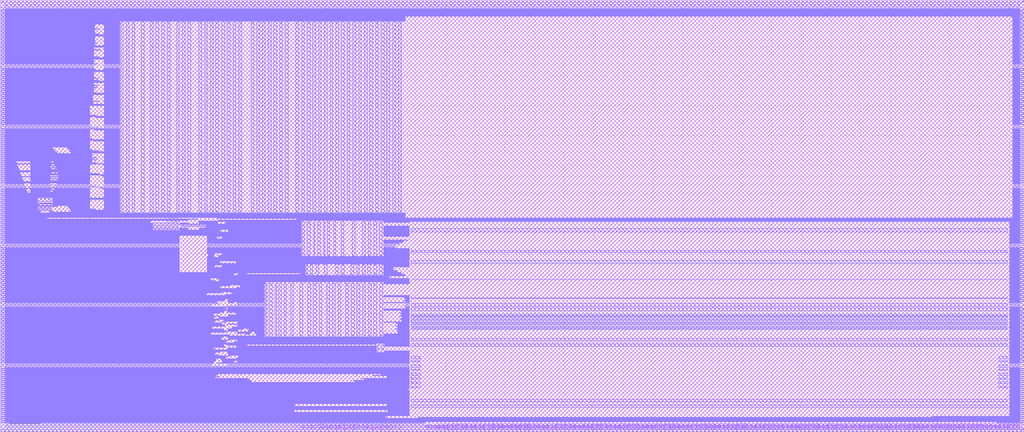
<source format=lef>
VERSION 5.8 ; 
BUSBITCHARS "[]" ; 
DIVIDERCHAR "/" ; 
MACRO sram22_256x64m4w8
    CLASS BLOCK  ;
    FOREIGN sram22_256x64m4w8   ;
    SIZE 690.120 BY 291.640 ;
    SYMMETRY X Y R90 ;
    PIN dout[0] 
        DIRECTION OUTPUT ; 
        ANTENNADIFFAREA 0.448000 LAYER met2 ;
        ANTENNAPARTIALMETALAREA 0.950300 LAYER met1 ;
        ANTENNAPARTIALMETALAREA 7.636400 LAYER met2 ;
        PORT 
            LAYER met1 ;
                RECT 286.710 0.000 286.850 0.140 ; 
        END 
    END dout[0] 
    PIN dout[1] 
        DIRECTION OUTPUT ; 
        ANTENNADIFFAREA 0.448000 LAYER met2 ;
        ANTENNAPARTIALMETALAREA 0.950300 LAYER met1 ;
        ANTENNAPARTIALMETALAREA 7.636400 LAYER met2 ;
        PORT 
            LAYER met1 ;
                RECT 292.810 0.000 292.950 0.140 ; 
        END 
    END dout[1] 
    PIN dout[2] 
        DIRECTION OUTPUT ; 
        ANTENNADIFFAREA 0.448000 LAYER met2 ;
        ANTENNAPARTIALMETALAREA 0.950300 LAYER met1 ;
        ANTENNAPARTIALMETALAREA 7.636400 LAYER met2 ;
        PORT 
            LAYER met1 ;
                RECT 298.910 0.000 299.050 0.140 ; 
        END 
    END dout[2] 
    PIN dout[3] 
        DIRECTION OUTPUT ; 
        ANTENNADIFFAREA 0.448000 LAYER met2 ;
        ANTENNAPARTIALMETALAREA 0.950300 LAYER met1 ;
        ANTENNAPARTIALMETALAREA 7.636400 LAYER met2 ;
        PORT 
            LAYER met1 ;
                RECT 305.010 0.000 305.150 0.140 ; 
        END 
    END dout[3] 
    PIN dout[4] 
        DIRECTION OUTPUT ; 
        ANTENNADIFFAREA 0.448000 LAYER met2 ;
        ANTENNAPARTIALMETALAREA 0.950300 LAYER met1 ;
        ANTENNAPARTIALMETALAREA 7.636400 LAYER met2 ;
        PORT 
            LAYER met1 ;
                RECT 311.110 0.000 311.250 0.140 ; 
        END 
    END dout[4] 
    PIN dout[5] 
        DIRECTION OUTPUT ; 
        ANTENNADIFFAREA 0.448000 LAYER met2 ;
        ANTENNAPARTIALMETALAREA 0.950300 LAYER met1 ;
        ANTENNAPARTIALMETALAREA 7.636400 LAYER met2 ;
        PORT 
            LAYER met1 ;
                RECT 317.210 0.000 317.350 0.140 ; 
        END 
    END dout[5] 
    PIN dout[6] 
        DIRECTION OUTPUT ; 
        ANTENNADIFFAREA 0.448000 LAYER met2 ;
        ANTENNAPARTIALMETALAREA 0.950300 LAYER met1 ;
        ANTENNAPARTIALMETALAREA 7.636400 LAYER met2 ;
        PORT 
            LAYER met1 ;
                RECT 323.310 0.000 323.450 0.140 ; 
        END 
    END dout[6] 
    PIN dout[7] 
        DIRECTION OUTPUT ; 
        ANTENNADIFFAREA 0.448000 LAYER met2 ;
        ANTENNAPARTIALMETALAREA 0.950300 LAYER met1 ;
        ANTENNAPARTIALMETALAREA 7.636400 LAYER met2 ;
        PORT 
            LAYER met1 ;
                RECT 329.410 0.000 329.550 0.140 ; 
        END 
    END dout[7] 
    PIN dout[8] 
        DIRECTION OUTPUT ; 
        ANTENNADIFFAREA 0.448000 LAYER met2 ;
        ANTENNAPARTIALMETALAREA 0.950300 LAYER met1 ;
        ANTENNAPARTIALMETALAREA 7.636400 LAYER met2 ;
        PORT 
            LAYER met1 ;
                RECT 335.510 0.000 335.650 0.140 ; 
        END 
    END dout[8] 
    PIN dout[9] 
        DIRECTION OUTPUT ; 
        ANTENNADIFFAREA 0.448000 LAYER met2 ;
        ANTENNAPARTIALMETALAREA 0.950300 LAYER met1 ;
        ANTENNAPARTIALMETALAREA 7.636400 LAYER met2 ;
        PORT 
            LAYER met1 ;
                RECT 341.610 0.000 341.750 0.140 ; 
        END 
    END dout[9] 
    PIN dout[10] 
        DIRECTION OUTPUT ; 
        ANTENNADIFFAREA 0.448000 LAYER met2 ;
        ANTENNAPARTIALMETALAREA 0.950300 LAYER met1 ;
        ANTENNAPARTIALMETALAREA 7.636400 LAYER met2 ;
        PORT 
            LAYER met1 ;
                RECT 347.710 0.000 347.850 0.140 ; 
        END 
    END dout[10] 
    PIN dout[11] 
        DIRECTION OUTPUT ; 
        ANTENNADIFFAREA 0.448000 LAYER met2 ;
        ANTENNAPARTIALMETALAREA 0.950300 LAYER met1 ;
        ANTENNAPARTIALMETALAREA 7.636400 LAYER met2 ;
        PORT 
            LAYER met1 ;
                RECT 353.810 0.000 353.950 0.140 ; 
        END 
    END dout[11] 
    PIN dout[12] 
        DIRECTION OUTPUT ; 
        ANTENNADIFFAREA 0.448000 LAYER met2 ;
        ANTENNAPARTIALMETALAREA 0.950300 LAYER met1 ;
        ANTENNAPARTIALMETALAREA 7.636400 LAYER met2 ;
        PORT 
            LAYER met1 ;
                RECT 359.910 0.000 360.050 0.140 ; 
        END 
    END dout[12] 
    PIN dout[13] 
        DIRECTION OUTPUT ; 
        ANTENNADIFFAREA 0.448000 LAYER met2 ;
        ANTENNAPARTIALMETALAREA 0.950300 LAYER met1 ;
        ANTENNAPARTIALMETALAREA 7.636400 LAYER met2 ;
        PORT 
            LAYER met1 ;
                RECT 366.010 0.000 366.150 0.140 ; 
        END 
    END dout[13] 
    PIN dout[14] 
        DIRECTION OUTPUT ; 
        ANTENNADIFFAREA 0.448000 LAYER met2 ;
        ANTENNAPARTIALMETALAREA 0.950300 LAYER met1 ;
        ANTENNAPARTIALMETALAREA 7.636400 LAYER met2 ;
        PORT 
            LAYER met1 ;
                RECT 372.110 0.000 372.250 0.140 ; 
        END 
    END dout[14] 
    PIN dout[15] 
        DIRECTION OUTPUT ; 
        ANTENNADIFFAREA 0.448000 LAYER met2 ;
        ANTENNAPARTIALMETALAREA 0.950300 LAYER met1 ;
        ANTENNAPARTIALMETALAREA 7.636400 LAYER met2 ;
        PORT 
            LAYER met1 ;
                RECT 378.210 0.000 378.350 0.140 ; 
        END 
    END dout[15] 
    PIN dout[16] 
        DIRECTION OUTPUT ; 
        ANTENNADIFFAREA 0.448000 LAYER met2 ;
        ANTENNAPARTIALMETALAREA 0.950300 LAYER met1 ;
        ANTENNAPARTIALMETALAREA 7.636400 LAYER met2 ;
        PORT 
            LAYER met1 ;
                RECT 384.310 0.000 384.450 0.140 ; 
        END 
    END dout[16] 
    PIN dout[17] 
        DIRECTION OUTPUT ; 
        ANTENNADIFFAREA 0.448000 LAYER met2 ;
        ANTENNAPARTIALMETALAREA 0.950300 LAYER met1 ;
        ANTENNAPARTIALMETALAREA 7.636400 LAYER met2 ;
        PORT 
            LAYER met1 ;
                RECT 390.410 0.000 390.550 0.140 ; 
        END 
    END dout[17] 
    PIN dout[18] 
        DIRECTION OUTPUT ; 
        ANTENNADIFFAREA 0.448000 LAYER met2 ;
        ANTENNAPARTIALMETALAREA 0.950300 LAYER met1 ;
        ANTENNAPARTIALMETALAREA 7.636400 LAYER met2 ;
        PORT 
            LAYER met1 ;
                RECT 396.510 0.000 396.650 0.140 ; 
        END 
    END dout[18] 
    PIN dout[19] 
        DIRECTION OUTPUT ; 
        ANTENNADIFFAREA 0.448000 LAYER met2 ;
        ANTENNAPARTIALMETALAREA 0.950300 LAYER met1 ;
        ANTENNAPARTIALMETALAREA 7.636400 LAYER met2 ;
        PORT 
            LAYER met1 ;
                RECT 402.610 0.000 402.750 0.140 ; 
        END 
    END dout[19] 
    PIN dout[20] 
        DIRECTION OUTPUT ; 
        ANTENNADIFFAREA 0.448000 LAYER met2 ;
        ANTENNAPARTIALMETALAREA 0.950300 LAYER met1 ;
        ANTENNAPARTIALMETALAREA 7.636400 LAYER met2 ;
        PORT 
            LAYER met1 ;
                RECT 408.710 0.000 408.850 0.140 ; 
        END 
    END dout[20] 
    PIN dout[21] 
        DIRECTION OUTPUT ; 
        ANTENNADIFFAREA 0.448000 LAYER met2 ;
        ANTENNAPARTIALMETALAREA 0.950300 LAYER met1 ;
        ANTENNAPARTIALMETALAREA 7.636400 LAYER met2 ;
        PORT 
            LAYER met1 ;
                RECT 414.810 0.000 414.950 0.140 ; 
        END 
    END dout[21] 
    PIN dout[22] 
        DIRECTION OUTPUT ; 
        ANTENNADIFFAREA 0.448000 LAYER met2 ;
        ANTENNAPARTIALMETALAREA 0.950300 LAYER met1 ;
        ANTENNAPARTIALMETALAREA 7.636400 LAYER met2 ;
        PORT 
            LAYER met1 ;
                RECT 420.910 0.000 421.050 0.140 ; 
        END 
    END dout[22] 
    PIN dout[23] 
        DIRECTION OUTPUT ; 
        ANTENNADIFFAREA 0.448000 LAYER met2 ;
        ANTENNAPARTIALMETALAREA 0.950300 LAYER met1 ;
        ANTENNAPARTIALMETALAREA 7.636400 LAYER met2 ;
        PORT 
            LAYER met1 ;
                RECT 427.010 0.000 427.150 0.140 ; 
        END 
    END dout[23] 
    PIN dout[24] 
        DIRECTION OUTPUT ; 
        ANTENNADIFFAREA 0.448000 LAYER met2 ;
        ANTENNAPARTIALMETALAREA 0.950300 LAYER met1 ;
        ANTENNAPARTIALMETALAREA 7.636400 LAYER met2 ;
        PORT 
            LAYER met1 ;
                RECT 433.110 0.000 433.250 0.140 ; 
        END 
    END dout[24] 
    PIN dout[25] 
        DIRECTION OUTPUT ; 
        ANTENNADIFFAREA 0.448000 LAYER met2 ;
        ANTENNAPARTIALMETALAREA 0.950300 LAYER met1 ;
        ANTENNAPARTIALMETALAREA 7.636400 LAYER met2 ;
        PORT 
            LAYER met1 ;
                RECT 439.210 0.000 439.350 0.140 ; 
        END 
    END dout[25] 
    PIN dout[26] 
        DIRECTION OUTPUT ; 
        ANTENNADIFFAREA 0.448000 LAYER met2 ;
        ANTENNAPARTIALMETALAREA 0.950300 LAYER met1 ;
        ANTENNAPARTIALMETALAREA 7.636400 LAYER met2 ;
        PORT 
            LAYER met1 ;
                RECT 445.310 0.000 445.450 0.140 ; 
        END 
    END dout[26] 
    PIN dout[27] 
        DIRECTION OUTPUT ; 
        ANTENNADIFFAREA 0.448000 LAYER met2 ;
        ANTENNAPARTIALMETALAREA 0.950300 LAYER met1 ;
        ANTENNAPARTIALMETALAREA 7.636400 LAYER met2 ;
        PORT 
            LAYER met1 ;
                RECT 451.410 0.000 451.550 0.140 ; 
        END 
    END dout[27] 
    PIN dout[28] 
        DIRECTION OUTPUT ; 
        ANTENNADIFFAREA 0.448000 LAYER met2 ;
        ANTENNAPARTIALMETALAREA 0.950300 LAYER met1 ;
        ANTENNAPARTIALMETALAREA 7.636400 LAYER met2 ;
        PORT 
            LAYER met1 ;
                RECT 457.510 0.000 457.650 0.140 ; 
        END 
    END dout[28] 
    PIN dout[29] 
        DIRECTION OUTPUT ; 
        ANTENNADIFFAREA 0.448000 LAYER met2 ;
        ANTENNAPARTIALMETALAREA 0.950300 LAYER met1 ;
        ANTENNAPARTIALMETALAREA 7.636400 LAYER met2 ;
        PORT 
            LAYER met1 ;
                RECT 463.610 0.000 463.750 0.140 ; 
        END 
    END dout[29] 
    PIN dout[30] 
        DIRECTION OUTPUT ; 
        ANTENNADIFFAREA 0.448000 LAYER met2 ;
        ANTENNAPARTIALMETALAREA 0.950300 LAYER met1 ;
        ANTENNAPARTIALMETALAREA 7.636400 LAYER met2 ;
        PORT 
            LAYER met1 ;
                RECT 469.710 0.000 469.850 0.140 ; 
        END 
    END dout[30] 
    PIN dout[31] 
        DIRECTION OUTPUT ; 
        ANTENNADIFFAREA 0.448000 LAYER met2 ;
        ANTENNAPARTIALMETALAREA 0.950300 LAYER met1 ;
        ANTENNAPARTIALMETALAREA 7.636400 LAYER met2 ;
        PORT 
            LAYER met1 ;
                RECT 475.810 0.000 475.950 0.140 ; 
        END 
    END dout[31] 
    PIN dout[32] 
        DIRECTION OUTPUT ; 
        ANTENNADIFFAREA 0.448000 LAYER met2 ;
        ANTENNAPARTIALMETALAREA 0.950300 LAYER met1 ;
        ANTENNAPARTIALMETALAREA 7.636400 LAYER met2 ;
        PORT 
            LAYER met1 ;
                RECT 481.910 0.000 482.050 0.140 ; 
        END 
    END dout[32] 
    PIN dout[33] 
        DIRECTION OUTPUT ; 
        ANTENNADIFFAREA 0.448000 LAYER met2 ;
        ANTENNAPARTIALMETALAREA 0.950300 LAYER met1 ;
        ANTENNAPARTIALMETALAREA 7.636400 LAYER met2 ;
        PORT 
            LAYER met1 ;
                RECT 488.010 0.000 488.150 0.140 ; 
        END 
    END dout[33] 
    PIN dout[34] 
        DIRECTION OUTPUT ; 
        ANTENNADIFFAREA 0.448000 LAYER met2 ;
        ANTENNAPARTIALMETALAREA 0.950300 LAYER met1 ;
        ANTENNAPARTIALMETALAREA 7.636400 LAYER met2 ;
        PORT 
            LAYER met1 ;
                RECT 494.110 0.000 494.250 0.140 ; 
        END 
    END dout[34] 
    PIN dout[35] 
        DIRECTION OUTPUT ; 
        ANTENNADIFFAREA 0.448000 LAYER met2 ;
        ANTENNAPARTIALMETALAREA 0.950300 LAYER met1 ;
        ANTENNAPARTIALMETALAREA 7.636400 LAYER met2 ;
        PORT 
            LAYER met1 ;
                RECT 500.210 0.000 500.350 0.140 ; 
        END 
    END dout[35] 
    PIN dout[36] 
        DIRECTION OUTPUT ; 
        ANTENNADIFFAREA 0.448000 LAYER met2 ;
        ANTENNAPARTIALMETALAREA 0.950300 LAYER met1 ;
        ANTENNAPARTIALMETALAREA 7.636400 LAYER met2 ;
        PORT 
            LAYER met1 ;
                RECT 506.310 0.000 506.450 0.140 ; 
        END 
    END dout[36] 
    PIN dout[37] 
        DIRECTION OUTPUT ; 
        ANTENNADIFFAREA 0.448000 LAYER met2 ;
        ANTENNAPARTIALMETALAREA 0.950300 LAYER met1 ;
        ANTENNAPARTIALMETALAREA 7.636400 LAYER met2 ;
        PORT 
            LAYER met1 ;
                RECT 512.410 0.000 512.550 0.140 ; 
        END 
    END dout[37] 
    PIN dout[38] 
        DIRECTION OUTPUT ; 
        ANTENNADIFFAREA 0.448000 LAYER met2 ;
        ANTENNAPARTIALMETALAREA 0.950300 LAYER met1 ;
        ANTENNAPARTIALMETALAREA 7.636400 LAYER met2 ;
        PORT 
            LAYER met1 ;
                RECT 518.510 0.000 518.650 0.140 ; 
        END 
    END dout[38] 
    PIN dout[39] 
        DIRECTION OUTPUT ; 
        ANTENNADIFFAREA 0.448000 LAYER met2 ;
        ANTENNAPARTIALMETALAREA 0.950300 LAYER met1 ;
        ANTENNAPARTIALMETALAREA 7.636400 LAYER met2 ;
        PORT 
            LAYER met1 ;
                RECT 524.610 0.000 524.750 0.140 ; 
        END 
    END dout[39] 
    PIN dout[40] 
        DIRECTION OUTPUT ; 
        ANTENNADIFFAREA 0.448000 LAYER met2 ;
        ANTENNAPARTIALMETALAREA 0.950300 LAYER met1 ;
        ANTENNAPARTIALMETALAREA 7.636400 LAYER met2 ;
        PORT 
            LAYER met1 ;
                RECT 530.710 0.000 530.850 0.140 ; 
        END 
    END dout[40] 
    PIN dout[41] 
        DIRECTION OUTPUT ; 
        ANTENNADIFFAREA 0.448000 LAYER met2 ;
        ANTENNAPARTIALMETALAREA 0.950300 LAYER met1 ;
        ANTENNAPARTIALMETALAREA 7.636400 LAYER met2 ;
        PORT 
            LAYER met1 ;
                RECT 536.810 0.000 536.950 0.140 ; 
        END 
    END dout[41] 
    PIN dout[42] 
        DIRECTION OUTPUT ; 
        ANTENNADIFFAREA 0.448000 LAYER met2 ;
        ANTENNAPARTIALMETALAREA 0.950300 LAYER met1 ;
        ANTENNAPARTIALMETALAREA 7.636400 LAYER met2 ;
        PORT 
            LAYER met1 ;
                RECT 542.910 0.000 543.050 0.140 ; 
        END 
    END dout[42] 
    PIN dout[43] 
        DIRECTION OUTPUT ; 
        ANTENNADIFFAREA 0.448000 LAYER met2 ;
        ANTENNAPARTIALMETALAREA 0.950300 LAYER met1 ;
        ANTENNAPARTIALMETALAREA 7.636400 LAYER met2 ;
        PORT 
            LAYER met1 ;
                RECT 549.010 0.000 549.150 0.140 ; 
        END 
    END dout[43] 
    PIN dout[44] 
        DIRECTION OUTPUT ; 
        ANTENNADIFFAREA 0.448000 LAYER met2 ;
        ANTENNAPARTIALMETALAREA 0.950300 LAYER met1 ;
        ANTENNAPARTIALMETALAREA 7.636400 LAYER met2 ;
        PORT 
            LAYER met1 ;
                RECT 555.110 0.000 555.250 0.140 ; 
        END 
    END dout[44] 
    PIN dout[45] 
        DIRECTION OUTPUT ; 
        ANTENNADIFFAREA 0.448000 LAYER met2 ;
        ANTENNAPARTIALMETALAREA 0.950300 LAYER met1 ;
        ANTENNAPARTIALMETALAREA 7.636400 LAYER met2 ;
        PORT 
            LAYER met1 ;
                RECT 561.210 0.000 561.350 0.140 ; 
        END 
    END dout[45] 
    PIN dout[46] 
        DIRECTION OUTPUT ; 
        ANTENNADIFFAREA 0.448000 LAYER met2 ;
        ANTENNAPARTIALMETALAREA 0.950300 LAYER met1 ;
        ANTENNAPARTIALMETALAREA 7.636400 LAYER met2 ;
        PORT 
            LAYER met1 ;
                RECT 567.310 0.000 567.450 0.140 ; 
        END 
    END dout[46] 
    PIN dout[47] 
        DIRECTION OUTPUT ; 
        ANTENNADIFFAREA 0.448000 LAYER met2 ;
        ANTENNAPARTIALMETALAREA 0.950300 LAYER met1 ;
        ANTENNAPARTIALMETALAREA 7.636400 LAYER met2 ;
        PORT 
            LAYER met1 ;
                RECT 573.410 0.000 573.550 0.140 ; 
        END 
    END dout[47] 
    PIN dout[48] 
        DIRECTION OUTPUT ; 
        ANTENNADIFFAREA 0.448000 LAYER met2 ;
        ANTENNAPARTIALMETALAREA 0.950300 LAYER met1 ;
        ANTENNAPARTIALMETALAREA 7.636400 LAYER met2 ;
        PORT 
            LAYER met1 ;
                RECT 579.510 0.000 579.650 0.140 ; 
        END 
    END dout[48] 
    PIN dout[49] 
        DIRECTION OUTPUT ; 
        ANTENNADIFFAREA 0.448000 LAYER met2 ;
        ANTENNAPARTIALMETALAREA 0.950300 LAYER met1 ;
        ANTENNAPARTIALMETALAREA 7.636400 LAYER met2 ;
        PORT 
            LAYER met1 ;
                RECT 585.610 0.000 585.750 0.140 ; 
        END 
    END dout[49] 
    PIN dout[50] 
        DIRECTION OUTPUT ; 
        ANTENNADIFFAREA 0.448000 LAYER met2 ;
        ANTENNAPARTIALMETALAREA 0.950300 LAYER met1 ;
        ANTENNAPARTIALMETALAREA 7.636400 LAYER met2 ;
        PORT 
            LAYER met1 ;
                RECT 591.710 0.000 591.850 0.140 ; 
        END 
    END dout[50] 
    PIN dout[51] 
        DIRECTION OUTPUT ; 
        ANTENNADIFFAREA 0.448000 LAYER met2 ;
        ANTENNAPARTIALMETALAREA 0.950300 LAYER met1 ;
        ANTENNAPARTIALMETALAREA 7.636400 LAYER met2 ;
        PORT 
            LAYER met1 ;
                RECT 597.810 0.000 597.950 0.140 ; 
        END 
    END dout[51] 
    PIN dout[52] 
        DIRECTION OUTPUT ; 
        ANTENNADIFFAREA 0.448000 LAYER met2 ;
        ANTENNAPARTIALMETALAREA 0.950300 LAYER met1 ;
        ANTENNAPARTIALMETALAREA 7.636400 LAYER met2 ;
        PORT 
            LAYER met1 ;
                RECT 603.910 0.000 604.050 0.140 ; 
        END 
    END dout[52] 
    PIN dout[53] 
        DIRECTION OUTPUT ; 
        ANTENNADIFFAREA 0.448000 LAYER met2 ;
        ANTENNAPARTIALMETALAREA 0.950300 LAYER met1 ;
        ANTENNAPARTIALMETALAREA 7.636400 LAYER met2 ;
        PORT 
            LAYER met1 ;
                RECT 610.010 0.000 610.150 0.140 ; 
        END 
    END dout[53] 
    PIN dout[54] 
        DIRECTION OUTPUT ; 
        ANTENNADIFFAREA 0.448000 LAYER met2 ;
        ANTENNAPARTIALMETALAREA 0.950300 LAYER met1 ;
        ANTENNAPARTIALMETALAREA 7.636400 LAYER met2 ;
        PORT 
            LAYER met1 ;
                RECT 616.110 0.000 616.250 0.140 ; 
        END 
    END dout[54] 
    PIN dout[55] 
        DIRECTION OUTPUT ; 
        ANTENNADIFFAREA 0.448000 LAYER met2 ;
        ANTENNAPARTIALMETALAREA 0.950300 LAYER met1 ;
        ANTENNAPARTIALMETALAREA 7.636400 LAYER met2 ;
        PORT 
            LAYER met1 ;
                RECT 622.210 0.000 622.350 0.140 ; 
        END 
    END dout[55] 
    PIN dout[56] 
        DIRECTION OUTPUT ; 
        ANTENNADIFFAREA 0.448000 LAYER met2 ;
        ANTENNAPARTIALMETALAREA 0.950300 LAYER met1 ;
        ANTENNAPARTIALMETALAREA 7.636400 LAYER met2 ;
        PORT 
            LAYER met1 ;
                RECT 628.310 0.000 628.450 0.140 ; 
        END 
    END dout[56] 
    PIN dout[57] 
        DIRECTION OUTPUT ; 
        ANTENNADIFFAREA 0.448000 LAYER met2 ;
        ANTENNAPARTIALMETALAREA 0.950300 LAYER met1 ;
        ANTENNAPARTIALMETALAREA 7.636400 LAYER met2 ;
        PORT 
            LAYER met1 ;
                RECT 634.410 0.000 634.550 0.140 ; 
        END 
    END dout[57] 
    PIN dout[58] 
        DIRECTION OUTPUT ; 
        ANTENNADIFFAREA 0.448000 LAYER met2 ;
        ANTENNAPARTIALMETALAREA 0.950300 LAYER met1 ;
        ANTENNAPARTIALMETALAREA 7.636400 LAYER met2 ;
        PORT 
            LAYER met1 ;
                RECT 640.510 0.000 640.650 0.140 ; 
        END 
    END dout[58] 
    PIN dout[59] 
        DIRECTION OUTPUT ; 
        ANTENNADIFFAREA 0.448000 LAYER met2 ;
        ANTENNAPARTIALMETALAREA 0.950300 LAYER met1 ;
        ANTENNAPARTIALMETALAREA 7.636400 LAYER met2 ;
        PORT 
            LAYER met1 ;
                RECT 646.610 0.000 646.750 0.140 ; 
        END 
    END dout[59] 
    PIN dout[60] 
        DIRECTION OUTPUT ; 
        ANTENNADIFFAREA 0.448000 LAYER met2 ;
        ANTENNAPARTIALMETALAREA 0.950300 LAYER met1 ;
        ANTENNAPARTIALMETALAREA 7.636400 LAYER met2 ;
        PORT 
            LAYER met1 ;
                RECT 652.710 0.000 652.850 0.140 ; 
        END 
    END dout[60] 
    PIN dout[61] 
        DIRECTION OUTPUT ; 
        ANTENNADIFFAREA 0.448000 LAYER met2 ;
        ANTENNAPARTIALMETALAREA 0.950300 LAYER met1 ;
        ANTENNAPARTIALMETALAREA 7.636400 LAYER met2 ;
        PORT 
            LAYER met1 ;
                RECT 658.810 0.000 658.950 0.140 ; 
        END 
    END dout[61] 
    PIN dout[62] 
        DIRECTION OUTPUT ; 
        ANTENNADIFFAREA 0.448000 LAYER met2 ;
        ANTENNAPARTIALMETALAREA 0.950300 LAYER met1 ;
        ANTENNAPARTIALMETALAREA 7.636400 LAYER met2 ;
        PORT 
            LAYER met1 ;
                RECT 664.910 0.000 665.050 0.140 ; 
        END 
    END dout[62] 
    PIN dout[63] 
        DIRECTION OUTPUT ; 
        ANTENNADIFFAREA 0.448000 LAYER met2 ;
        ANTENNAPARTIALMETALAREA 0.950300 LAYER met1 ;
        ANTENNAPARTIALMETALAREA 7.636400 LAYER met2 ;
        PORT 
            LAYER met1 ;
                RECT 671.010 0.000 671.150 0.140 ; 
        END 
    END dout[63] 
    PIN din[0] 
        DIRECTION INPUT ; 
        ANTENNAGATEAREA 0.126000 LAYER met2 ;
        ANTENNAPARTIALMETALAREA 3.838500 LAYER met1 ;
        ANTENNAPARTIALMETALAREA 7.358000 LAYER met2 ;
        PORT 
            LAYER met1 ;
                RECT 286.290 0.000 286.430 0.140 ; 
        END 
    END din[0] 
    PIN din[1] 
        DIRECTION INPUT ; 
        ANTENNAGATEAREA 0.126000 LAYER met2 ;
        ANTENNAPARTIALMETALAREA 3.838500 LAYER met1 ;
        ANTENNAPARTIALMETALAREA 7.358000 LAYER met2 ;
        PORT 
            LAYER met1 ;
                RECT 292.390 0.000 292.530 0.140 ; 
        END 
    END din[1] 
    PIN din[2] 
        DIRECTION INPUT ; 
        ANTENNAGATEAREA 0.126000 LAYER met2 ;
        ANTENNAPARTIALMETALAREA 3.838500 LAYER met1 ;
        ANTENNAPARTIALMETALAREA 7.358000 LAYER met2 ;
        PORT 
            LAYER met1 ;
                RECT 298.490 0.000 298.630 0.140 ; 
        END 
    END din[2] 
    PIN din[3] 
        DIRECTION INPUT ; 
        ANTENNAGATEAREA 0.126000 LAYER met2 ;
        ANTENNAPARTIALMETALAREA 3.838500 LAYER met1 ;
        ANTENNAPARTIALMETALAREA 7.358000 LAYER met2 ;
        PORT 
            LAYER met1 ;
                RECT 304.590 0.000 304.730 0.140 ; 
        END 
    END din[3] 
    PIN din[4] 
        DIRECTION INPUT ; 
        ANTENNAGATEAREA 0.126000 LAYER met2 ;
        ANTENNAPARTIALMETALAREA 3.838500 LAYER met1 ;
        ANTENNAPARTIALMETALAREA 7.358000 LAYER met2 ;
        PORT 
            LAYER met1 ;
                RECT 310.690 0.000 310.830 0.140 ; 
        END 
    END din[4] 
    PIN din[5] 
        DIRECTION INPUT ; 
        ANTENNAGATEAREA 0.126000 LAYER met2 ;
        ANTENNAPARTIALMETALAREA 3.838500 LAYER met1 ;
        ANTENNAPARTIALMETALAREA 7.358000 LAYER met2 ;
        PORT 
            LAYER met1 ;
                RECT 316.790 0.000 316.930 0.140 ; 
        END 
    END din[5] 
    PIN din[6] 
        DIRECTION INPUT ; 
        ANTENNAGATEAREA 0.126000 LAYER met2 ;
        ANTENNAPARTIALMETALAREA 3.838500 LAYER met1 ;
        ANTENNAPARTIALMETALAREA 7.358000 LAYER met2 ;
        PORT 
            LAYER met1 ;
                RECT 322.890 0.000 323.030 0.140 ; 
        END 
    END din[6] 
    PIN din[7] 
        DIRECTION INPUT ; 
        ANTENNAGATEAREA 0.126000 LAYER met2 ;
        ANTENNAPARTIALMETALAREA 3.838500 LAYER met1 ;
        ANTENNAPARTIALMETALAREA 7.358000 LAYER met2 ;
        PORT 
            LAYER met1 ;
                RECT 328.990 0.000 329.130 0.140 ; 
        END 
    END din[7] 
    PIN din[8] 
        DIRECTION INPUT ; 
        ANTENNAGATEAREA 0.126000 LAYER met2 ;
        ANTENNAPARTIALMETALAREA 3.838500 LAYER met1 ;
        ANTENNAPARTIALMETALAREA 7.358000 LAYER met2 ;
        PORT 
            LAYER met1 ;
                RECT 335.090 0.000 335.230 0.140 ; 
        END 
    END din[8] 
    PIN din[9] 
        DIRECTION INPUT ; 
        ANTENNAGATEAREA 0.126000 LAYER met2 ;
        ANTENNAPARTIALMETALAREA 3.838500 LAYER met1 ;
        ANTENNAPARTIALMETALAREA 7.358000 LAYER met2 ;
        PORT 
            LAYER met1 ;
                RECT 341.190 0.000 341.330 0.140 ; 
        END 
    END din[9] 
    PIN din[10] 
        DIRECTION INPUT ; 
        ANTENNAGATEAREA 0.126000 LAYER met2 ;
        ANTENNAPARTIALMETALAREA 3.838500 LAYER met1 ;
        ANTENNAPARTIALMETALAREA 7.358000 LAYER met2 ;
        PORT 
            LAYER met1 ;
                RECT 347.290 0.000 347.430 0.140 ; 
        END 
    END din[10] 
    PIN din[11] 
        DIRECTION INPUT ; 
        ANTENNAGATEAREA 0.126000 LAYER met2 ;
        ANTENNAPARTIALMETALAREA 3.838500 LAYER met1 ;
        ANTENNAPARTIALMETALAREA 7.358000 LAYER met2 ;
        PORT 
            LAYER met1 ;
                RECT 353.390 0.000 353.530 0.140 ; 
        END 
    END din[11] 
    PIN din[12] 
        DIRECTION INPUT ; 
        ANTENNAGATEAREA 0.126000 LAYER met2 ;
        ANTENNAPARTIALMETALAREA 3.838500 LAYER met1 ;
        ANTENNAPARTIALMETALAREA 7.358000 LAYER met2 ;
        PORT 
            LAYER met1 ;
                RECT 359.490 0.000 359.630 0.140 ; 
        END 
    END din[12] 
    PIN din[13] 
        DIRECTION INPUT ; 
        ANTENNAGATEAREA 0.126000 LAYER met2 ;
        ANTENNAPARTIALMETALAREA 3.838500 LAYER met1 ;
        ANTENNAPARTIALMETALAREA 7.358000 LAYER met2 ;
        PORT 
            LAYER met1 ;
                RECT 365.590 0.000 365.730 0.140 ; 
        END 
    END din[13] 
    PIN din[14] 
        DIRECTION INPUT ; 
        ANTENNAGATEAREA 0.126000 LAYER met2 ;
        ANTENNAPARTIALMETALAREA 3.838500 LAYER met1 ;
        ANTENNAPARTIALMETALAREA 7.358000 LAYER met2 ;
        PORT 
            LAYER met1 ;
                RECT 371.690 0.000 371.830 0.140 ; 
        END 
    END din[14] 
    PIN din[15] 
        DIRECTION INPUT ; 
        ANTENNAGATEAREA 0.126000 LAYER met2 ;
        ANTENNAPARTIALMETALAREA 3.838500 LAYER met1 ;
        ANTENNAPARTIALMETALAREA 7.358000 LAYER met2 ;
        PORT 
            LAYER met1 ;
                RECT 377.790 0.000 377.930 0.140 ; 
        END 
    END din[15] 
    PIN din[16] 
        DIRECTION INPUT ; 
        ANTENNAGATEAREA 0.126000 LAYER met2 ;
        ANTENNAPARTIALMETALAREA 3.838500 LAYER met1 ;
        ANTENNAPARTIALMETALAREA 7.358000 LAYER met2 ;
        PORT 
            LAYER met1 ;
                RECT 383.890 0.000 384.030 0.140 ; 
        END 
    END din[16] 
    PIN din[17] 
        DIRECTION INPUT ; 
        ANTENNAGATEAREA 0.126000 LAYER met2 ;
        ANTENNAPARTIALMETALAREA 3.838500 LAYER met1 ;
        ANTENNAPARTIALMETALAREA 7.358000 LAYER met2 ;
        PORT 
            LAYER met1 ;
                RECT 389.990 0.000 390.130 0.140 ; 
        END 
    END din[17] 
    PIN din[18] 
        DIRECTION INPUT ; 
        ANTENNAGATEAREA 0.126000 LAYER met2 ;
        ANTENNAPARTIALMETALAREA 3.838500 LAYER met1 ;
        ANTENNAPARTIALMETALAREA 7.358000 LAYER met2 ;
        PORT 
            LAYER met1 ;
                RECT 396.090 0.000 396.230 0.140 ; 
        END 
    END din[18] 
    PIN din[19] 
        DIRECTION INPUT ; 
        ANTENNAGATEAREA 0.126000 LAYER met2 ;
        ANTENNAPARTIALMETALAREA 3.838500 LAYER met1 ;
        ANTENNAPARTIALMETALAREA 7.358000 LAYER met2 ;
        PORT 
            LAYER met1 ;
                RECT 402.190 0.000 402.330 0.140 ; 
        END 
    END din[19] 
    PIN din[20] 
        DIRECTION INPUT ; 
        ANTENNAGATEAREA 0.126000 LAYER met2 ;
        ANTENNAPARTIALMETALAREA 3.838500 LAYER met1 ;
        ANTENNAPARTIALMETALAREA 7.358000 LAYER met2 ;
        PORT 
            LAYER met1 ;
                RECT 408.290 0.000 408.430 0.140 ; 
        END 
    END din[20] 
    PIN din[21] 
        DIRECTION INPUT ; 
        ANTENNAGATEAREA 0.126000 LAYER met2 ;
        ANTENNAPARTIALMETALAREA 3.838500 LAYER met1 ;
        ANTENNAPARTIALMETALAREA 7.358000 LAYER met2 ;
        PORT 
            LAYER met1 ;
                RECT 414.390 0.000 414.530 0.140 ; 
        END 
    END din[21] 
    PIN din[22] 
        DIRECTION INPUT ; 
        ANTENNAGATEAREA 0.126000 LAYER met2 ;
        ANTENNAPARTIALMETALAREA 3.838500 LAYER met1 ;
        ANTENNAPARTIALMETALAREA 7.358000 LAYER met2 ;
        PORT 
            LAYER met1 ;
                RECT 420.490 0.000 420.630 0.140 ; 
        END 
    END din[22] 
    PIN din[23] 
        DIRECTION INPUT ; 
        ANTENNAGATEAREA 0.126000 LAYER met2 ;
        ANTENNAPARTIALMETALAREA 3.838500 LAYER met1 ;
        ANTENNAPARTIALMETALAREA 7.358000 LAYER met2 ;
        PORT 
            LAYER met1 ;
                RECT 426.590 0.000 426.730 0.140 ; 
        END 
    END din[23] 
    PIN din[24] 
        DIRECTION INPUT ; 
        ANTENNAGATEAREA 0.126000 LAYER met2 ;
        ANTENNAPARTIALMETALAREA 3.838500 LAYER met1 ;
        ANTENNAPARTIALMETALAREA 7.358000 LAYER met2 ;
        PORT 
            LAYER met1 ;
                RECT 432.690 0.000 432.830 0.140 ; 
        END 
    END din[24] 
    PIN din[25] 
        DIRECTION INPUT ; 
        ANTENNAGATEAREA 0.126000 LAYER met2 ;
        ANTENNAPARTIALMETALAREA 3.838500 LAYER met1 ;
        ANTENNAPARTIALMETALAREA 7.358000 LAYER met2 ;
        PORT 
            LAYER met1 ;
                RECT 438.790 0.000 438.930 0.140 ; 
        END 
    END din[25] 
    PIN din[26] 
        DIRECTION INPUT ; 
        ANTENNAGATEAREA 0.126000 LAYER met2 ;
        ANTENNAPARTIALMETALAREA 3.838500 LAYER met1 ;
        ANTENNAPARTIALMETALAREA 7.358000 LAYER met2 ;
        PORT 
            LAYER met1 ;
                RECT 444.890 0.000 445.030 0.140 ; 
        END 
    END din[26] 
    PIN din[27] 
        DIRECTION INPUT ; 
        ANTENNAGATEAREA 0.126000 LAYER met2 ;
        ANTENNAPARTIALMETALAREA 3.838500 LAYER met1 ;
        ANTENNAPARTIALMETALAREA 7.358000 LAYER met2 ;
        PORT 
            LAYER met1 ;
                RECT 450.990 0.000 451.130 0.140 ; 
        END 
    END din[27] 
    PIN din[28] 
        DIRECTION INPUT ; 
        ANTENNAGATEAREA 0.126000 LAYER met2 ;
        ANTENNAPARTIALMETALAREA 3.838500 LAYER met1 ;
        ANTENNAPARTIALMETALAREA 7.358000 LAYER met2 ;
        PORT 
            LAYER met1 ;
                RECT 457.090 0.000 457.230 0.140 ; 
        END 
    END din[28] 
    PIN din[29] 
        DIRECTION INPUT ; 
        ANTENNAGATEAREA 0.126000 LAYER met2 ;
        ANTENNAPARTIALMETALAREA 3.838500 LAYER met1 ;
        ANTENNAPARTIALMETALAREA 7.358000 LAYER met2 ;
        PORT 
            LAYER met1 ;
                RECT 463.190 0.000 463.330 0.140 ; 
        END 
    END din[29] 
    PIN din[30] 
        DIRECTION INPUT ; 
        ANTENNAGATEAREA 0.126000 LAYER met2 ;
        ANTENNAPARTIALMETALAREA 3.838500 LAYER met1 ;
        ANTENNAPARTIALMETALAREA 7.358000 LAYER met2 ;
        PORT 
            LAYER met1 ;
                RECT 469.290 0.000 469.430 0.140 ; 
        END 
    END din[30] 
    PIN din[31] 
        DIRECTION INPUT ; 
        ANTENNAGATEAREA 0.126000 LAYER met2 ;
        ANTENNAPARTIALMETALAREA 3.838500 LAYER met1 ;
        ANTENNAPARTIALMETALAREA 7.358000 LAYER met2 ;
        PORT 
            LAYER met1 ;
                RECT 475.390 0.000 475.530 0.140 ; 
        END 
    END din[31] 
    PIN din[32] 
        DIRECTION INPUT ; 
        ANTENNAGATEAREA 0.126000 LAYER met2 ;
        ANTENNAPARTIALMETALAREA 3.838500 LAYER met1 ;
        ANTENNAPARTIALMETALAREA 7.358000 LAYER met2 ;
        PORT 
            LAYER met1 ;
                RECT 481.490 0.000 481.630 0.140 ; 
        END 
    END din[32] 
    PIN din[33] 
        DIRECTION INPUT ; 
        ANTENNAGATEAREA 0.126000 LAYER met2 ;
        ANTENNAPARTIALMETALAREA 3.838500 LAYER met1 ;
        ANTENNAPARTIALMETALAREA 7.358000 LAYER met2 ;
        PORT 
            LAYER met1 ;
                RECT 487.590 0.000 487.730 0.140 ; 
        END 
    END din[33] 
    PIN din[34] 
        DIRECTION INPUT ; 
        ANTENNAGATEAREA 0.126000 LAYER met2 ;
        ANTENNAPARTIALMETALAREA 3.838500 LAYER met1 ;
        ANTENNAPARTIALMETALAREA 7.358000 LAYER met2 ;
        PORT 
            LAYER met1 ;
                RECT 493.690 0.000 493.830 0.140 ; 
        END 
    END din[34] 
    PIN din[35] 
        DIRECTION INPUT ; 
        ANTENNAGATEAREA 0.126000 LAYER met2 ;
        ANTENNAPARTIALMETALAREA 3.838500 LAYER met1 ;
        ANTENNAPARTIALMETALAREA 7.358000 LAYER met2 ;
        PORT 
            LAYER met1 ;
                RECT 499.790 0.000 499.930 0.140 ; 
        END 
    END din[35] 
    PIN din[36] 
        DIRECTION INPUT ; 
        ANTENNAGATEAREA 0.126000 LAYER met2 ;
        ANTENNAPARTIALMETALAREA 3.838500 LAYER met1 ;
        ANTENNAPARTIALMETALAREA 7.358000 LAYER met2 ;
        PORT 
            LAYER met1 ;
                RECT 505.890 0.000 506.030 0.140 ; 
        END 
    END din[36] 
    PIN din[37] 
        DIRECTION INPUT ; 
        ANTENNAGATEAREA 0.126000 LAYER met2 ;
        ANTENNAPARTIALMETALAREA 3.838500 LAYER met1 ;
        ANTENNAPARTIALMETALAREA 7.358000 LAYER met2 ;
        PORT 
            LAYER met1 ;
                RECT 511.990 0.000 512.130 0.140 ; 
        END 
    END din[37] 
    PIN din[38] 
        DIRECTION INPUT ; 
        ANTENNAGATEAREA 0.126000 LAYER met2 ;
        ANTENNAPARTIALMETALAREA 3.838500 LAYER met1 ;
        ANTENNAPARTIALMETALAREA 7.358000 LAYER met2 ;
        PORT 
            LAYER met1 ;
                RECT 518.090 0.000 518.230 0.140 ; 
        END 
    END din[38] 
    PIN din[39] 
        DIRECTION INPUT ; 
        ANTENNAGATEAREA 0.126000 LAYER met2 ;
        ANTENNAPARTIALMETALAREA 3.838500 LAYER met1 ;
        ANTENNAPARTIALMETALAREA 7.358000 LAYER met2 ;
        PORT 
            LAYER met1 ;
                RECT 524.190 0.000 524.330 0.140 ; 
        END 
    END din[39] 
    PIN din[40] 
        DIRECTION INPUT ; 
        ANTENNAGATEAREA 0.126000 LAYER met2 ;
        ANTENNAPARTIALMETALAREA 3.838500 LAYER met1 ;
        ANTENNAPARTIALMETALAREA 7.358000 LAYER met2 ;
        PORT 
            LAYER met1 ;
                RECT 530.290 0.000 530.430 0.140 ; 
        END 
    END din[40] 
    PIN din[41] 
        DIRECTION INPUT ; 
        ANTENNAGATEAREA 0.126000 LAYER met2 ;
        ANTENNAPARTIALMETALAREA 3.838500 LAYER met1 ;
        ANTENNAPARTIALMETALAREA 7.358000 LAYER met2 ;
        PORT 
            LAYER met1 ;
                RECT 536.390 0.000 536.530 0.140 ; 
        END 
    END din[41] 
    PIN din[42] 
        DIRECTION INPUT ; 
        ANTENNAGATEAREA 0.126000 LAYER met2 ;
        ANTENNAPARTIALMETALAREA 3.838500 LAYER met1 ;
        ANTENNAPARTIALMETALAREA 7.358000 LAYER met2 ;
        PORT 
            LAYER met1 ;
                RECT 542.490 0.000 542.630 0.140 ; 
        END 
    END din[42] 
    PIN din[43] 
        DIRECTION INPUT ; 
        ANTENNAGATEAREA 0.126000 LAYER met2 ;
        ANTENNAPARTIALMETALAREA 3.838500 LAYER met1 ;
        ANTENNAPARTIALMETALAREA 7.358000 LAYER met2 ;
        PORT 
            LAYER met1 ;
                RECT 548.590 0.000 548.730 0.140 ; 
        END 
    END din[43] 
    PIN din[44] 
        DIRECTION INPUT ; 
        ANTENNAGATEAREA 0.126000 LAYER met2 ;
        ANTENNAPARTIALMETALAREA 3.838500 LAYER met1 ;
        ANTENNAPARTIALMETALAREA 7.358000 LAYER met2 ;
        PORT 
            LAYER met1 ;
                RECT 554.690 0.000 554.830 0.140 ; 
        END 
    END din[44] 
    PIN din[45] 
        DIRECTION INPUT ; 
        ANTENNAGATEAREA 0.126000 LAYER met2 ;
        ANTENNAPARTIALMETALAREA 3.838500 LAYER met1 ;
        ANTENNAPARTIALMETALAREA 7.358000 LAYER met2 ;
        PORT 
            LAYER met1 ;
                RECT 560.790 0.000 560.930 0.140 ; 
        END 
    END din[45] 
    PIN din[46] 
        DIRECTION INPUT ; 
        ANTENNAGATEAREA 0.126000 LAYER met2 ;
        ANTENNAPARTIALMETALAREA 3.838500 LAYER met1 ;
        ANTENNAPARTIALMETALAREA 7.358000 LAYER met2 ;
        PORT 
            LAYER met1 ;
                RECT 566.890 0.000 567.030 0.140 ; 
        END 
    END din[46] 
    PIN din[47] 
        DIRECTION INPUT ; 
        ANTENNAGATEAREA 0.126000 LAYER met2 ;
        ANTENNAPARTIALMETALAREA 3.838500 LAYER met1 ;
        ANTENNAPARTIALMETALAREA 7.358000 LAYER met2 ;
        PORT 
            LAYER met1 ;
                RECT 572.990 0.000 573.130 0.140 ; 
        END 
    END din[47] 
    PIN din[48] 
        DIRECTION INPUT ; 
        ANTENNAGATEAREA 0.126000 LAYER met2 ;
        ANTENNAPARTIALMETALAREA 3.838500 LAYER met1 ;
        ANTENNAPARTIALMETALAREA 7.358000 LAYER met2 ;
        PORT 
            LAYER met1 ;
                RECT 579.090 0.000 579.230 0.140 ; 
        END 
    END din[48] 
    PIN din[49] 
        DIRECTION INPUT ; 
        ANTENNAGATEAREA 0.126000 LAYER met2 ;
        ANTENNAPARTIALMETALAREA 3.838500 LAYER met1 ;
        ANTENNAPARTIALMETALAREA 7.358000 LAYER met2 ;
        PORT 
            LAYER met1 ;
                RECT 585.190 0.000 585.330 0.140 ; 
        END 
    END din[49] 
    PIN din[50] 
        DIRECTION INPUT ; 
        ANTENNAGATEAREA 0.126000 LAYER met2 ;
        ANTENNAPARTIALMETALAREA 3.838500 LAYER met1 ;
        ANTENNAPARTIALMETALAREA 7.358000 LAYER met2 ;
        PORT 
            LAYER met1 ;
                RECT 591.290 0.000 591.430 0.140 ; 
        END 
    END din[50] 
    PIN din[51] 
        DIRECTION INPUT ; 
        ANTENNAGATEAREA 0.126000 LAYER met2 ;
        ANTENNAPARTIALMETALAREA 3.838500 LAYER met1 ;
        ANTENNAPARTIALMETALAREA 7.358000 LAYER met2 ;
        PORT 
            LAYER met1 ;
                RECT 597.390 0.000 597.530 0.140 ; 
        END 
    END din[51] 
    PIN din[52] 
        DIRECTION INPUT ; 
        ANTENNAGATEAREA 0.126000 LAYER met2 ;
        ANTENNAPARTIALMETALAREA 3.838500 LAYER met1 ;
        ANTENNAPARTIALMETALAREA 7.358000 LAYER met2 ;
        PORT 
            LAYER met1 ;
                RECT 603.490 0.000 603.630 0.140 ; 
        END 
    END din[52] 
    PIN din[53] 
        DIRECTION INPUT ; 
        ANTENNAGATEAREA 0.126000 LAYER met2 ;
        ANTENNAPARTIALMETALAREA 3.838500 LAYER met1 ;
        ANTENNAPARTIALMETALAREA 7.358000 LAYER met2 ;
        PORT 
            LAYER met1 ;
                RECT 609.590 0.000 609.730 0.140 ; 
        END 
    END din[53] 
    PIN din[54] 
        DIRECTION INPUT ; 
        ANTENNAGATEAREA 0.126000 LAYER met2 ;
        ANTENNAPARTIALMETALAREA 3.838500 LAYER met1 ;
        ANTENNAPARTIALMETALAREA 7.358000 LAYER met2 ;
        PORT 
            LAYER met1 ;
                RECT 615.690 0.000 615.830 0.140 ; 
        END 
    END din[54] 
    PIN din[55] 
        DIRECTION INPUT ; 
        ANTENNAGATEAREA 0.126000 LAYER met2 ;
        ANTENNAPARTIALMETALAREA 3.838500 LAYER met1 ;
        ANTENNAPARTIALMETALAREA 7.358000 LAYER met2 ;
        PORT 
            LAYER met1 ;
                RECT 621.790 0.000 621.930 0.140 ; 
        END 
    END din[55] 
    PIN din[56] 
        DIRECTION INPUT ; 
        ANTENNAGATEAREA 0.126000 LAYER met2 ;
        ANTENNAPARTIALMETALAREA 3.838500 LAYER met1 ;
        ANTENNAPARTIALMETALAREA 7.358000 LAYER met2 ;
        PORT 
            LAYER met1 ;
                RECT 627.890 0.000 628.030 0.140 ; 
        END 
    END din[56] 
    PIN din[57] 
        DIRECTION INPUT ; 
        ANTENNAGATEAREA 0.126000 LAYER met2 ;
        ANTENNAPARTIALMETALAREA 3.838500 LAYER met1 ;
        ANTENNAPARTIALMETALAREA 7.358000 LAYER met2 ;
        PORT 
            LAYER met1 ;
                RECT 633.990 0.000 634.130 0.140 ; 
        END 
    END din[57] 
    PIN din[58] 
        DIRECTION INPUT ; 
        ANTENNAGATEAREA 0.126000 LAYER met2 ;
        ANTENNAPARTIALMETALAREA 3.838500 LAYER met1 ;
        ANTENNAPARTIALMETALAREA 7.358000 LAYER met2 ;
        PORT 
            LAYER met1 ;
                RECT 640.090 0.000 640.230 0.140 ; 
        END 
    END din[58] 
    PIN din[59] 
        DIRECTION INPUT ; 
        ANTENNAGATEAREA 0.126000 LAYER met2 ;
        ANTENNAPARTIALMETALAREA 3.838500 LAYER met1 ;
        ANTENNAPARTIALMETALAREA 7.358000 LAYER met2 ;
        PORT 
            LAYER met1 ;
                RECT 646.190 0.000 646.330 0.140 ; 
        END 
    END din[59] 
    PIN din[60] 
        DIRECTION INPUT ; 
        ANTENNAGATEAREA 0.126000 LAYER met2 ;
        ANTENNAPARTIALMETALAREA 3.838500 LAYER met1 ;
        ANTENNAPARTIALMETALAREA 7.358000 LAYER met2 ;
        PORT 
            LAYER met1 ;
                RECT 652.290 0.000 652.430 0.140 ; 
        END 
    END din[60] 
    PIN din[61] 
        DIRECTION INPUT ; 
        ANTENNAGATEAREA 0.126000 LAYER met2 ;
        ANTENNAPARTIALMETALAREA 3.838500 LAYER met1 ;
        ANTENNAPARTIALMETALAREA 7.358000 LAYER met2 ;
        PORT 
            LAYER met1 ;
                RECT 658.390 0.000 658.530 0.140 ; 
        END 
    END din[61] 
    PIN din[62] 
        DIRECTION INPUT ; 
        ANTENNAGATEAREA 0.126000 LAYER met2 ;
        ANTENNAPARTIALMETALAREA 3.838500 LAYER met1 ;
        ANTENNAPARTIALMETALAREA 7.358000 LAYER met2 ;
        PORT 
            LAYER met1 ;
                RECT 664.490 0.000 664.630 0.140 ; 
        END 
    END din[62] 
    PIN din[63] 
        DIRECTION INPUT ; 
        ANTENNAGATEAREA 0.126000 LAYER met2 ;
        ANTENNAPARTIALMETALAREA 3.838500 LAYER met1 ;
        ANTENNAPARTIALMETALAREA 7.358000 LAYER met2 ;
        PORT 
            LAYER met1 ;
                RECT 670.590 0.000 670.730 0.140 ; 
        END 
    END din[63] 
    PIN wmask[0] 
        DIRECTION INPUT ; 
        ANTENNAGATEAREA 0.126000 LAYER met2 ;
        ANTENNAPARTIALMETALAREA 1.648900 LAYER met1 ;
        ANTENNAPARTIALMETALAREA 0.278400 LAYER met2 ;
        PORT 
            LAYER met1 ;
                RECT 285.940 0.000 286.080 0.140 ; 
        END 
    END wmask[0] 
    PIN wmask[1] 
        DIRECTION INPUT ; 
        ANTENNAGATEAREA 0.126000 LAYER met2 ;
        ANTENNAPARTIALMETALAREA 1.648900 LAYER met1 ;
        ANTENNAPARTIALMETALAREA 0.278400 LAYER met2 ;
        PORT 
            LAYER met1 ;
                RECT 334.740 0.000 334.880 0.140 ; 
        END 
    END wmask[1] 
    PIN wmask[2] 
        DIRECTION INPUT ; 
        ANTENNAGATEAREA 0.126000 LAYER met2 ;
        ANTENNAPARTIALMETALAREA 1.648900 LAYER met1 ;
        ANTENNAPARTIALMETALAREA 0.278400 LAYER met2 ;
        PORT 
            LAYER met1 ;
                RECT 383.540 0.000 383.680 0.140 ; 
        END 
    END wmask[2] 
    PIN wmask[3] 
        DIRECTION INPUT ; 
        ANTENNAGATEAREA 0.126000 LAYER met2 ;
        ANTENNAPARTIALMETALAREA 1.648900 LAYER met1 ;
        ANTENNAPARTIALMETALAREA 0.278400 LAYER met2 ;
        PORT 
            LAYER met1 ;
                RECT 432.340 0.000 432.480 0.140 ; 
        END 
    END wmask[3] 
    PIN wmask[4] 
        DIRECTION INPUT ; 
        ANTENNAGATEAREA 0.126000 LAYER met2 ;
        ANTENNAPARTIALMETALAREA 1.648900 LAYER met1 ;
        ANTENNAPARTIALMETALAREA 0.278400 LAYER met2 ;
        PORT 
            LAYER met1 ;
                RECT 481.140 0.000 481.280 0.140 ; 
        END 
    END wmask[4] 
    PIN wmask[5] 
        DIRECTION INPUT ; 
        ANTENNAGATEAREA 0.126000 LAYER met2 ;
        ANTENNAPARTIALMETALAREA 1.648900 LAYER met1 ;
        ANTENNAPARTIALMETALAREA 0.278400 LAYER met2 ;
        PORT 
            LAYER met1 ;
                RECT 529.940 0.000 530.080 0.140 ; 
        END 
    END wmask[5] 
    PIN wmask[6] 
        DIRECTION INPUT ; 
        ANTENNAGATEAREA 0.126000 LAYER met2 ;
        ANTENNAPARTIALMETALAREA 1.648900 LAYER met1 ;
        ANTENNAPARTIALMETALAREA 0.278400 LAYER met2 ;
        PORT 
            LAYER met1 ;
                RECT 578.740 0.000 578.880 0.140 ; 
        END 
    END wmask[6] 
    PIN wmask[7] 
        DIRECTION INPUT ; 
        ANTENNAGATEAREA 0.126000 LAYER met2 ;
        ANTENNAPARTIALMETALAREA 1.648900 LAYER met1 ;
        ANTENNAPARTIALMETALAREA 0.278400 LAYER met2 ;
        PORT 
            LAYER met1 ;
                RECT 627.540 0.000 627.680 0.140 ; 
        END 
    END wmask[7] 
    PIN addr[0] 
        DIRECTION INPUT ; 
        ANTENNAGATEAREA 0.126000 LAYER met1 ;
        ANTENNAPARTIALMETALAREA 3.842300 LAYER met1 ;
        PORT 
            LAYER met1 ;
                RECT 244.600 0.000 244.920 0.320 ; 
        END 
    END addr[0] 
    PIN addr[1] 
        DIRECTION INPUT ; 
        ANTENNAGATEAREA 0.126000 LAYER met1 ;
        ANTENNAPARTIALMETALAREA 3.842300 LAYER met1 ;
        PORT 
            LAYER met1 ;
                RECT 238.480 0.000 238.800 0.320 ; 
        END 
    END addr[1] 
    PIN addr[2] 
        DIRECTION INPUT ; 
        ANTENNAGATEAREA 0.126000 LAYER met1 ;
        ANTENNAPARTIALMETALAREA 3.842300 LAYER met1 ;
        PORT 
            LAYER met1 ;
                RECT 232.360 0.000 232.680 0.320 ; 
        END 
    END addr[2] 
    PIN addr[3] 
        DIRECTION INPUT ; 
        ANTENNAGATEAREA 0.126000 LAYER met1 ;
        ANTENNAPARTIALMETALAREA 3.842300 LAYER met1 ;
        PORT 
            LAYER met1 ;
                RECT 226.240 0.000 226.560 0.320 ; 
        END 
    END addr[3] 
    PIN addr[4] 
        DIRECTION INPUT ; 
        ANTENNAGATEAREA 0.126000 LAYER met1 ;
        ANTENNAPARTIALMETALAREA 3.842300 LAYER met1 ;
        PORT 
            LAYER met1 ;
                RECT 220.120 0.000 220.440 0.320 ; 
        END 
    END addr[4] 
    PIN addr[5] 
        DIRECTION INPUT ; 
        ANTENNAGATEAREA 0.126000 LAYER met1 ;
        ANTENNAPARTIALMETALAREA 3.842300 LAYER met1 ;
        PORT 
            LAYER met1 ;
                RECT 214.000 0.000 214.320 0.320 ; 
        END 
    END addr[5] 
    PIN addr[6] 
        DIRECTION INPUT ; 
        ANTENNAGATEAREA 0.126000 LAYER met1 ;
        ANTENNAPARTIALMETALAREA 3.842300 LAYER met1 ;
        PORT 
            LAYER met1 ;
                RECT 207.880 0.000 208.200 0.320 ; 
        END 
    END addr[6] 
    PIN addr[7] 
        DIRECTION INPUT ; 
        ANTENNAGATEAREA 0.126000 LAYER met1 ;
        ANTENNAPARTIALMETALAREA 3.842300 LAYER met1 ;
        PORT 
            LAYER met1 ;
                RECT 201.760 0.000 202.080 0.320 ; 
        END 
    END addr[7] 
    PIN we 
        DIRECTION INPUT ; 
        ANTENNAGATEAREA 0.126000 LAYER met1 ;
        ANTENNAPARTIALMETALAREA 3.842300 LAYER met1 ;
        PORT 
            LAYER met1 ;
                RECT 256.840 0.000 257.160 0.320 ; 
        END 
    END we 
    PIN ce 
        DIRECTION INPUT ; 
        ANTENNAGATEAREA 0.126000 LAYER met1 ;
        ANTENNAPARTIALMETALAREA 3.842300 LAYER met1 ;
        PORT 
            LAYER met1 ;
                RECT 250.720 0.000 251.040 0.320 ; 
        END 
    END ce 
    PIN clk 
        DIRECTION INPUT ; 
        ANTENNAGATEAREA 41.292000 LAYER met2 ;
        PORT 
            LAYER met1 ;
                RECT 259.560 0.000 259.880 0.320 ; 
        END 
    END clk 
    PIN rstb 
        DIRECTION INPUT ; 
        ANTENNAGATEAREA 45.198000 LAYER met2 ;
        PORT 
            LAYER met1 ;
                RECT 260.240 0.000 260.560 0.320 ; 
        END 
    END rstb 
    PIN vdd 
        DIRECTION INOUT ; 
        USE POWER ; 
        PORT 
            LAYER met2 ;
                RECT 0.160 5.920 285.720 6.240 ; 
                RECT 671.640 5.920 689.960 6.240 ; 
                RECT 0.160 7.280 689.960 7.600 ; 
                RECT 0.160 8.640 689.960 8.960 ; 
                RECT 0.160 10.000 259.200 10.320 ; 
                RECT 628.120 10.000 689.960 10.320 ; 
                RECT 0.160 11.360 275.520 11.680 ; 
                RECT 680.480 11.360 689.960 11.680 ; 
                RECT 0.160 12.720 275.520 13.040 ; 
                RECT 680.480 12.720 689.960 13.040 ; 
                RECT 0.160 14.080 198.000 14.400 ; 
                RECT 260.920 14.080 275.520 14.400 ; 
                RECT 680.480 14.080 689.960 14.400 ; 
                RECT 0.160 15.440 275.520 15.760 ; 
                RECT 680.480 15.440 689.960 15.760 ; 
                RECT 0.160 16.800 275.520 17.120 ; 
                RECT 680.480 16.800 689.960 17.120 ; 
                RECT 0.160 18.160 198.000 18.480 ; 
                RECT 260.240 18.160 275.520 18.480 ; 
                RECT 680.480 18.160 689.960 18.480 ; 
                RECT 0.160 19.520 275.520 19.840 ; 
                RECT 680.480 19.520 689.960 19.840 ; 
                RECT 0.160 20.880 275.520 21.200 ; 
                RECT 680.480 20.880 689.960 21.200 ; 
                RECT 0.160 22.240 275.520 22.560 ; 
                RECT 680.480 22.240 689.960 22.560 ; 
                RECT 0.160 23.600 275.520 23.920 ; 
                RECT 680.480 23.600 689.960 23.920 ; 
                RECT 0.160 24.960 275.520 25.280 ; 
                RECT 680.480 24.960 689.960 25.280 ; 
                RECT 0.160 26.320 275.520 26.640 ; 
                RECT 680.480 26.320 689.960 26.640 ; 
                RECT 0.160 27.680 274.840 28.000 ; 
                RECT 680.480 27.680 689.960 28.000 ; 
                RECT 0.160 29.040 275.520 29.360 ; 
                RECT 680.480 29.040 689.960 29.360 ; 
                RECT 0.160 30.400 275.520 30.720 ; 
                RECT 680.480 30.400 689.960 30.720 ; 
                RECT 0.160 31.760 275.520 32.080 ; 
                RECT 680.480 31.760 689.960 32.080 ; 
                RECT 0.160 33.120 275.520 33.440 ; 
                RECT 680.480 33.120 689.960 33.440 ; 
                RECT 0.160 34.480 168.080 34.800 ; 
                RECT 237.800 34.480 275.520 34.800 ; 
                RECT 680.480 34.480 689.960 34.800 ; 
                RECT 0.160 35.840 166.720 36.160 ; 
                RECT 243.920 35.840 275.520 36.160 ; 
                RECT 680.480 35.840 689.960 36.160 ; 
                RECT 0.160 37.200 147.000 37.520 ; 
                RECT 260.920 37.200 275.520 37.520 ; 
                RECT 680.480 37.200 689.960 37.520 ; 
                RECT 0.160 38.560 146.320 38.880 ; 
                RECT 256.840 38.560 275.520 38.880 ; 
                RECT 680.480 38.560 689.960 38.880 ; 
                RECT 0.160 39.920 275.520 40.240 ; 
                RECT 680.480 39.920 689.960 40.240 ; 
                RECT 0.160 41.280 275.520 41.600 ; 
                RECT 680.480 41.280 689.960 41.600 ; 
                RECT 0.160 42.640 275.520 42.960 ; 
                RECT 680.480 42.640 689.960 42.960 ; 
                RECT 0.160 44.000 275.520 44.320 ; 
                RECT 680.480 44.000 689.960 44.320 ; 
                RECT 0.160 45.360 142.240 45.680 ; 
                RECT 153.480 45.360 275.520 45.680 ; 
                RECT 680.480 45.360 689.960 45.680 ; 
                RECT 0.160 46.720 143.600 47.040 ; 
                RECT 149.400 46.720 157.200 47.040 ; 
                RECT 159.600 46.720 275.520 47.040 ; 
                RECT 680.480 46.720 689.960 47.040 ; 
                RECT 0.160 48.080 144.960 48.400 ; 
                RECT 148.720 48.080 275.520 48.400 ; 
                RECT 680.480 48.080 689.960 48.400 ; 
                RECT 0.160 49.440 151.760 49.760 ; 
                RECT 158.920 49.440 275.520 49.760 ; 
                RECT 680.480 49.440 689.960 49.760 ; 
                RECT 0.160 50.800 154.480 51.120 ; 
                RECT 160.280 50.800 275.520 51.120 ; 
                RECT 680.480 50.800 689.960 51.120 ; 
                RECT 0.160 52.160 144.280 52.480 ; 
                RECT 153.480 52.160 275.520 52.480 ; 
                RECT 680.480 52.160 689.960 52.480 ; 
                RECT 0.160 53.520 147.680 53.840 ; 
                RECT 152.800 53.520 253.080 53.840 ; 
                RECT 258.880 53.520 275.520 53.840 ; 
                RECT 680.480 53.520 689.960 53.840 ; 
                RECT 0.160 54.880 253.080 55.200 ; 
                RECT 680.480 54.880 689.960 55.200 ; 
                RECT 0.160 56.240 143.600 56.560 ; 
                RECT 153.480 56.240 253.080 56.560 ; 
                RECT 680.480 56.240 689.960 56.560 ; 
                RECT 0.160 57.600 150.400 57.920 ; 
                RECT 158.920 57.600 253.080 57.920 ; 
                RECT 258.880 57.600 275.520 57.920 ; 
                RECT 680.480 57.600 689.960 57.920 ; 
                RECT 0.160 58.960 253.080 59.280 ; 
                RECT 258.880 58.960 275.520 59.280 ; 
                RECT 680.480 58.960 689.960 59.280 ; 
                RECT 0.160 60.320 151.760 60.640 ; 
                RECT 157.560 60.320 275.520 60.640 ; 
                RECT 680.480 60.320 689.960 60.640 ; 
                RECT 0.160 61.680 154.480 62.000 ; 
                RECT 159.600 61.680 275.520 62.000 ; 
                RECT 680.480 61.680 689.960 62.000 ; 
                RECT 0.160 63.040 148.360 63.360 ; 
                RECT 153.480 63.040 275.520 63.360 ; 
                RECT 680.480 63.040 689.960 63.360 ; 
                RECT 0.160 64.400 177.600 64.720 ; 
                RECT 258.200 64.400 275.520 64.720 ; 
                RECT 680.480 64.400 689.960 64.720 ; 
                RECT 0.160 65.760 141.560 66.080 ; 
                RECT 165.040 65.760 167.400 66.080 ; 
                RECT 171.840 65.760 177.600 66.080 ; 
                RECT 258.200 65.760 275.520 66.080 ; 
                RECT 680.480 65.760 689.960 66.080 ; 
                RECT 0.160 67.120 151.760 67.440 ; 
                RECT 159.600 67.120 168.760 67.440 ; 
                RECT 171.160 67.120 177.600 67.440 ; 
                RECT 267.720 67.120 275.520 67.440 ; 
                RECT 680.480 67.120 689.960 67.440 ; 
                RECT 0.160 68.480 150.400 68.800 ; 
                RECT 153.480 68.480 159.920 68.800 ; 
                RECT 167.080 68.480 177.600 68.800 ; 
                RECT 267.720 68.480 275.520 68.800 ; 
                RECT 680.480 68.480 689.960 68.800 ; 
                RECT 0.160 69.840 142.240 70.160 ; 
                RECT 156.200 69.840 177.600 70.160 ; 
                RECT 267.720 69.840 275.520 70.160 ; 
                RECT 680.480 69.840 689.960 70.160 ; 
                RECT 0.160 71.200 151.080 71.520 ; 
                RECT 159.600 71.200 177.600 71.520 ; 
                RECT 266.360 71.200 275.520 71.520 ; 
                RECT 680.480 71.200 689.960 71.520 ; 
                RECT 0.160 72.560 149.040 72.880 ; 
                RECT 152.800 72.560 177.600 72.880 ; 
                RECT 267.720 72.560 275.520 72.880 ; 
                RECT 680.480 72.560 689.960 72.880 ; 
                RECT 0.160 73.920 144.280 74.240 ; 
                RECT 148.720 73.920 151.760 74.240 ; 
                RECT 160.280 73.920 177.600 74.240 ; 
                RECT 258.200 73.920 275.520 74.240 ; 
                RECT 680.480 73.920 689.960 74.240 ; 
                RECT 0.160 75.280 147.000 75.600 ; 
                RECT 150.760 75.280 177.600 75.600 ; 
                RECT 270.440 75.280 275.520 75.600 ; 
                RECT 680.480 75.280 689.960 75.600 ; 
                RECT 0.160 76.640 143.600 76.960 ; 
                RECT 147.360 76.640 177.600 76.960 ; 
                RECT 270.440 76.640 275.520 76.960 ; 
                RECT 680.480 76.640 689.960 76.960 ; 
                RECT 0.160 78.000 147.680 78.320 ; 
                RECT 153.480 78.000 177.600 78.320 ; 
                RECT 269.080 78.000 275.520 78.320 ; 
                RECT 680.480 78.000 689.960 78.320 ; 
                RECT 0.160 79.360 143.600 79.680 ; 
                RECT 158.920 79.360 177.600 79.680 ; 
                RECT 270.440 79.360 275.520 79.680 ; 
                RECT 680.480 79.360 689.960 79.680 ; 
                RECT 0.160 80.720 150.400 81.040 ; 
                RECT 152.800 80.720 177.600 81.040 ; 
                RECT 270.440 80.720 275.520 81.040 ; 
                RECT 680.480 80.720 689.960 81.040 ; 
                RECT 0.160 82.080 177.600 82.400 ; 
                RECT 258.200 82.080 275.520 82.400 ; 
                RECT 680.480 82.080 689.960 82.400 ; 
                RECT 0.160 83.440 151.760 83.760 ; 
                RECT 153.480 83.440 177.600 83.760 ; 
                RECT 273.160 83.440 275.520 83.760 ; 
                RECT 680.480 83.440 689.960 83.760 ; 
                RECT 0.160 84.800 142.240 85.120 ; 
                RECT 152.800 84.800 177.600 85.120 ; 
                RECT 271.800 84.800 275.520 85.120 ; 
                RECT 680.480 84.800 689.960 85.120 ; 
                RECT 0.160 86.160 147.680 86.480 ; 
                RECT 159.600 86.160 177.600 86.480 ; 
                RECT 273.160 86.160 275.520 86.480 ; 
                RECT 680.480 86.160 689.960 86.480 ; 
                RECT 0.160 87.520 145.640 87.840 ; 
                RECT 153.480 87.520 177.600 87.840 ; 
                RECT 273.160 87.520 275.520 87.840 ; 
                RECT 680.480 87.520 689.960 87.840 ; 
                RECT 0.160 88.880 151.080 89.200 ; 
                RECT 153.480 88.880 177.600 89.200 ; 
                RECT 273.160 88.880 275.520 89.200 ; 
                RECT 680.480 88.880 689.960 89.200 ; 
                RECT 0.160 90.240 177.600 90.560 ; 
                RECT 271.800 90.240 275.520 90.560 ; 
                RECT 680.480 90.240 689.960 90.560 ; 
                RECT 0.160 91.600 177.600 91.920 ; 
                RECT 258.200 91.600 275.520 91.920 ; 
                RECT 680.480 91.600 689.960 91.920 ; 
                RECT 0.160 92.960 138.840 93.280 ; 
                RECT 156.200 92.960 177.600 93.280 ; 
                RECT 680.480 92.960 689.960 93.280 ; 
                RECT 0.160 94.320 177.600 94.640 ; 
                RECT 680.480 94.320 689.960 94.640 ; 
                RECT 0.160 95.680 177.600 96.000 ; 
                RECT 680.480 95.680 689.960 96.000 ; 
                RECT 0.160 97.040 147.680 97.360 ; 
                RECT 159.600 97.040 177.600 97.360 ; 
                RECT 680.480 97.040 689.960 97.360 ; 
                RECT 0.160 98.400 154.480 98.720 ; 
                RECT 161.640 98.400 177.600 98.720 ; 
                RECT 680.480 98.400 689.960 98.720 ; 
                RECT 0.160 99.760 177.600 100.080 ; 
                RECT 258.200 99.760 275.520 100.080 ; 
                RECT 680.480 99.760 689.960 100.080 ; 
                RECT 0.160 101.120 275.520 101.440 ; 
                RECT 680.480 101.120 689.960 101.440 ; 
                RECT 0.160 102.480 141.560 102.800 ; 
                RECT 147.360 102.480 275.520 102.800 ; 
                RECT 680.480 102.480 689.960 102.800 ; 
                RECT 0.160 103.840 261.920 104.160 ; 
                RECT 680.480 103.840 689.960 104.160 ; 
                RECT 0.160 105.200 272.800 105.520 ; 
                RECT 680.480 105.200 689.960 105.520 ; 
                RECT 0.160 106.560 157.200 106.880 ; 
                RECT 160.280 106.560 166.040 106.880 ; 
                RECT 202.440 106.560 205.480 106.880 ; 
                RECT 258.200 106.560 270.080 106.880 ; 
                RECT 680.480 106.560 689.960 106.880 ; 
                RECT 0.160 107.920 120.480 108.240 ; 
                RECT 139.200 107.920 205.480 108.240 ; 
                RECT 258.200 107.920 267.360 108.240 ; 
                RECT 680.480 107.920 689.960 108.240 ; 
                RECT 0.160 109.280 120.480 109.600 ; 
                RECT 139.200 109.280 205.480 109.600 ; 
                RECT 258.200 109.280 264.640 109.600 ; 
                RECT 680.480 109.280 689.960 109.600 ; 
                RECT 0.160 110.640 120.480 110.960 ; 
                RECT 139.200 110.640 205.480 110.960 ; 
                RECT 258.200 110.640 264.640 110.960 ; 
                RECT 680.480 110.640 689.960 110.960 ; 
                RECT 0.160 112.000 120.480 112.320 ; 
                RECT 139.200 112.000 144.280 112.320 ; 
                RECT 149.400 112.000 205.480 112.320 ; 
                RECT 258.200 112.000 275.520 112.320 ; 
                RECT 680.480 112.000 689.960 112.320 ; 
                RECT 0.160 113.360 120.480 113.680 ; 
                RECT 139.200 113.360 275.520 113.680 ; 
                RECT 680.480 113.360 689.960 113.680 ; 
                RECT 0.160 114.720 120.480 115.040 ; 
                RECT 139.200 114.720 147.680 115.040 ; 
                RECT 158.920 114.720 275.520 115.040 ; 
                RECT 680.480 114.720 689.960 115.040 ; 
                RECT 0.160 116.080 120.480 116.400 ; 
                RECT 139.200 116.080 275.520 116.400 ; 
                RECT 680.480 116.080 689.960 116.400 ; 
                RECT 0.160 117.440 120.480 117.760 ; 
                RECT 139.200 117.440 275.520 117.760 ; 
                RECT 680.480 117.440 689.960 117.760 ; 
                RECT 0.160 118.800 120.480 119.120 ; 
                RECT 139.880 118.800 143.600 119.120 ; 
                RECT 146.680 118.800 202.760 119.120 ; 
                RECT 258.200 118.800 275.520 119.120 ; 
                RECT 680.480 118.800 689.960 119.120 ; 
                RECT 0.160 120.160 120.480 120.480 ; 
                RECT 139.200 120.160 144.280 120.480 ; 
                RECT 149.400 120.160 202.760 120.480 ; 
                RECT 258.200 120.160 275.520 120.480 ; 
                RECT 680.480 120.160 689.960 120.480 ; 
                RECT 0.160 121.520 120.480 121.840 ; 
                RECT 139.200 121.520 202.760 121.840 ; 
                RECT 258.200 121.520 275.520 121.840 ; 
                RECT 680.480 121.520 689.960 121.840 ; 
                RECT 0.160 122.880 120.480 123.200 ; 
                RECT 139.200 122.880 202.760 123.200 ; 
                RECT 258.200 122.880 275.520 123.200 ; 
                RECT 680.480 122.880 689.960 123.200 ; 
                RECT 0.160 124.240 120.480 124.560 ; 
                RECT 139.200 124.240 202.760 124.560 ; 
                RECT 258.200 124.240 266.000 124.560 ; 
                RECT 680.480 124.240 689.960 124.560 ; 
                RECT 0.160 125.600 120.480 125.920 ; 
                RECT 139.200 125.600 202.760 125.920 ; 
                RECT 258.200 125.600 266.000 125.920 ; 
                RECT 680.480 125.600 689.960 125.920 ; 
                RECT 0.160 126.960 120.480 127.280 ; 
                RECT 139.200 126.960 202.760 127.280 ; 
                RECT 258.200 126.960 268.720 127.280 ; 
                RECT 680.480 126.960 689.960 127.280 ; 
                RECT 0.160 128.320 120.480 128.640 ; 
                RECT 139.200 128.320 202.760 128.640 ; 
                RECT 258.200 128.320 271.440 128.640 ; 
                RECT 680.480 128.320 689.960 128.640 ; 
                RECT 0.160 129.680 120.480 130.000 ; 
                RECT 139.200 129.680 202.760 130.000 ; 
                RECT 680.480 129.680 689.960 130.000 ; 
                RECT 0.160 131.040 120.480 131.360 ; 
                RECT 139.200 131.040 145.640 131.360 ; 
                RECT 149.400 131.040 202.760 131.360 ; 
                RECT 680.480 131.040 689.960 131.360 ; 
                RECT 0.160 132.400 202.760 132.720 ; 
                RECT 258.200 132.400 275.520 132.720 ; 
                RECT 680.480 132.400 689.960 132.720 ; 
                RECT 0.160 133.760 202.760 134.080 ; 
                RECT 258.200 133.760 275.520 134.080 ; 
                RECT 680.480 133.760 689.960 134.080 ; 
                RECT 0.160 135.120 147.680 135.440 ; 
                RECT 153.480 135.120 202.760 135.440 ; 
                RECT 258.200 135.120 275.520 135.440 ; 
                RECT 680.480 135.120 689.960 135.440 ; 
                RECT 0.160 136.480 102.120 136.800 ; 
                RECT 120.840 136.480 126.600 136.800 ; 
                RECT 133.760 136.480 202.760 136.800 ; 
                RECT 258.200 136.480 275.520 136.800 ; 
                RECT 680.480 136.480 689.960 136.800 ; 
                RECT 0.160 137.840 102.120 138.160 ; 
                RECT 138.520 137.840 202.760 138.160 ; 
                RECT 258.200 137.840 275.520 138.160 ; 
                RECT 680.480 137.840 689.960 138.160 ; 
                RECT 0.160 139.200 102.120 139.520 ; 
                RECT 138.520 139.200 202.760 139.520 ; 
                RECT 680.480 139.200 689.960 139.520 ; 
                RECT 0.160 140.560 102.120 140.880 ; 
                RECT 120.840 140.560 126.600 140.880 ; 
                RECT 133.760 140.560 146.320 140.880 ; 
                RECT 152.120 140.560 202.760 140.880 ; 
                RECT 680.480 140.560 689.960 140.880 ; 
                RECT 0.160 141.920 100.760 142.240 ; 
                RECT 133.080 141.920 202.760 142.240 ; 
                RECT 258.200 141.920 689.960 142.240 ; 
                RECT 0.160 143.280 132.720 143.600 ; 
                RECT 199.720 143.280 689.960 143.600 ; 
                RECT 0.160 144.640 272.800 144.960 ; 
                RECT 682.520 144.640 689.960 144.960 ; 
                RECT 0.160 146.000 272.800 146.320 ; 
                RECT 682.520 146.000 689.960 146.320 ; 
                RECT 0.160 147.360 272.800 147.680 ; 
                RECT 682.520 147.360 689.960 147.680 ; 
                RECT 0.160 148.720 26.640 149.040 ; 
                RECT 33.120 148.720 34.800 149.040 ; 
                RECT 47.400 148.720 80.360 149.040 ; 
                RECT 682.520 148.720 689.960 149.040 ; 
                RECT 0.160 150.080 24.600 150.400 ; 
                RECT 46.720 150.080 64.040 150.400 ; 
                RECT 69.840 150.080 80.360 150.400 ; 
                RECT 682.520 150.080 689.960 150.400 ; 
                RECT 0.160 151.440 24.600 151.760 ; 
                RECT 45.360 151.440 59.960 151.760 ; 
                RECT 69.840 151.440 80.360 151.760 ; 
                RECT 682.520 151.440 689.960 151.760 ; 
                RECT 0.160 152.800 24.600 153.120 ; 
                RECT 35.160 152.800 59.960 153.120 ; 
                RECT 69.840 152.800 80.360 153.120 ; 
                RECT 682.520 152.800 689.960 153.120 ; 
                RECT 0.160 154.160 59.960 154.480 ; 
                RECT 69.840 154.160 80.360 154.480 ; 
                RECT 682.520 154.160 689.960 154.480 ; 
                RECT 0.160 155.520 24.600 155.840 ; 
                RECT 35.160 155.520 59.960 155.840 ; 
                RECT 69.840 155.520 80.360 155.840 ; 
                RECT 682.520 155.520 689.960 155.840 ; 
                RECT 0.160 156.880 24.600 157.200 ; 
                RECT 35.160 156.880 80.360 157.200 ; 
                RECT 682.520 156.880 689.960 157.200 ; 
                RECT 0.160 158.240 59.960 158.560 ; 
                RECT 69.840 158.240 80.360 158.560 ; 
                RECT 682.520 158.240 689.960 158.560 ; 
                RECT 0.160 159.600 59.960 159.920 ; 
                RECT 69.840 159.600 80.360 159.920 ; 
                RECT 682.520 159.600 689.960 159.920 ; 
                RECT 0.160 160.960 59.960 161.280 ; 
                RECT 69.840 160.960 80.360 161.280 ; 
                RECT 682.520 160.960 689.960 161.280 ; 
                RECT 0.160 162.320 17.800 162.640 ; 
                RECT 20.200 162.320 33.440 162.640 ; 
                RECT 35.840 162.320 59.960 162.640 ; 
                RECT 69.840 162.320 80.360 162.640 ; 
                RECT 682.520 162.320 689.960 162.640 ; 
                RECT 0.160 163.680 17.120 164.000 ; 
                RECT 20.200 163.680 33.440 164.000 ; 
                RECT 36.520 163.680 59.960 164.000 ; 
                RECT 69.840 163.680 80.360 164.000 ; 
                RECT 682.520 163.680 689.960 164.000 ; 
                RECT 0.160 165.040 16.440 165.360 ; 
                RECT 20.200 165.040 80.360 165.360 ; 
                RECT 682.520 165.040 689.960 165.360 ; 
                RECT 0.160 166.400 15.760 166.720 ; 
                RECT 20.200 166.400 60.640 166.720 ; 
                RECT 69.840 166.400 80.360 166.720 ; 
                RECT 682.520 166.400 689.960 166.720 ; 
                RECT 0.160 167.760 59.960 168.080 ; 
                RECT 69.840 167.760 80.360 168.080 ; 
                RECT 682.520 167.760 689.960 168.080 ; 
                RECT 0.160 169.120 15.080 169.440 ; 
                RECT 20.200 169.120 59.960 169.440 ; 
                RECT 69.840 169.120 80.360 169.440 ; 
                RECT 682.520 169.120 689.960 169.440 ; 
                RECT 0.160 170.480 14.400 170.800 ; 
                RECT 20.200 170.480 59.960 170.800 ; 
                RECT 69.840 170.480 80.360 170.800 ; 
                RECT 682.520 170.480 689.960 170.800 ; 
                RECT 0.160 171.840 59.960 172.160 ; 
                RECT 69.840 171.840 80.360 172.160 ; 
                RECT 682.520 171.840 689.960 172.160 ; 
                RECT 0.160 173.200 13.720 173.520 ; 
                RECT 20.200 173.200 80.360 173.520 ; 
                RECT 682.520 173.200 689.960 173.520 ; 
                RECT 0.160 174.560 13.040 174.880 ; 
                RECT 20.200 174.560 33.440 174.880 ; 
                RECT 38.560 174.560 59.960 174.880 ; 
                RECT 69.840 174.560 80.360 174.880 ; 
                RECT 682.520 174.560 689.960 174.880 ; 
                RECT 0.160 175.920 59.960 176.240 ; 
                RECT 69.840 175.920 80.360 176.240 ; 
                RECT 682.520 175.920 689.960 176.240 ; 
                RECT 0.160 177.280 12.360 177.600 ; 
                RECT 20.200 177.280 33.440 177.600 ; 
                RECT 37.880 177.280 59.960 177.600 ; 
                RECT 69.840 177.280 80.360 177.600 ; 
                RECT 682.520 177.280 689.960 177.600 ; 
                RECT 0.160 178.640 11.680 178.960 ; 
                RECT 20.200 178.640 33.440 178.960 ; 
                RECT 37.200 178.640 59.960 178.960 ; 
                RECT 69.840 178.640 80.360 178.960 ; 
                RECT 682.520 178.640 689.960 178.960 ; 
                RECT 0.160 180.000 11.000 180.320 ; 
                RECT 20.200 180.000 33.440 180.320 ; 
                RECT 36.520 180.000 59.960 180.320 ; 
                RECT 69.160 180.000 80.360 180.320 ; 
                RECT 682.520 180.000 689.960 180.320 ; 
                RECT 0.160 181.360 10.320 181.680 ; 
                RECT 20.200 181.360 64.040 181.680 ; 
                RECT 69.840 181.360 80.360 181.680 ; 
                RECT 682.520 181.360 689.960 181.680 ; 
                RECT 0.160 182.720 61.320 183.040 ; 
                RECT 69.840 182.720 80.360 183.040 ; 
                RECT 682.520 182.720 689.960 183.040 ; 
                RECT 0.160 184.080 61.320 184.400 ; 
                RECT 69.840 184.080 80.360 184.400 ; 
                RECT 682.520 184.080 689.960 184.400 ; 
                RECT 0.160 185.440 61.320 185.760 ; 
                RECT 69.840 185.440 80.360 185.760 ; 
                RECT 682.520 185.440 689.960 185.760 ; 
                RECT 0.160 186.800 61.320 187.120 ; 
                RECT 69.840 186.800 80.360 187.120 ; 
                RECT 682.520 186.800 689.960 187.120 ; 
                RECT 0.160 188.160 38.200 188.480 ; 
                RECT 47.400 188.160 80.360 188.480 ; 
                RECT 682.520 188.160 689.960 188.480 ; 
                RECT 0.160 189.520 36.840 189.840 ; 
                RECT 46.720 189.520 66.080 189.840 ; 
                RECT 69.840 189.520 80.360 189.840 ; 
                RECT 682.520 189.520 689.960 189.840 ; 
                RECT 0.160 190.880 35.480 191.200 ; 
                RECT 45.360 190.880 59.960 191.200 ; 
                RECT 69.840 190.880 80.360 191.200 ; 
                RECT 682.520 190.880 689.960 191.200 ; 
                RECT 0.160 192.240 59.960 192.560 ; 
                RECT 69.840 192.240 80.360 192.560 ; 
                RECT 682.520 192.240 689.960 192.560 ; 
                RECT 0.160 193.600 59.960 193.920 ; 
                RECT 69.840 193.600 80.360 193.920 ; 
                RECT 682.520 193.600 689.960 193.920 ; 
                RECT 0.160 194.960 59.960 195.280 ; 
                RECT 69.840 194.960 80.360 195.280 ; 
                RECT 682.520 194.960 689.960 195.280 ; 
                RECT 0.160 196.320 59.960 196.640 ; 
                RECT 62.360 196.320 80.360 196.640 ; 
                RECT 682.520 196.320 689.960 196.640 ; 
                RECT 0.160 197.680 61.320 198.000 ; 
                RECT 69.840 197.680 80.360 198.000 ; 
                RECT 682.520 197.680 689.960 198.000 ; 
                RECT 0.160 199.040 59.960 199.360 ; 
                RECT 69.840 199.040 80.360 199.360 ; 
                RECT 682.520 199.040 689.960 199.360 ; 
                RECT 0.160 200.400 59.960 200.720 ; 
                RECT 69.840 200.400 80.360 200.720 ; 
                RECT 682.520 200.400 689.960 200.720 ; 
                RECT 0.160 201.760 59.960 202.080 ; 
                RECT 69.840 201.760 80.360 202.080 ; 
                RECT 682.520 201.760 689.960 202.080 ; 
                RECT 0.160 203.120 59.960 203.440 ; 
                RECT 69.840 203.120 80.360 203.440 ; 
                RECT 682.520 203.120 689.960 203.440 ; 
                RECT 0.160 204.480 80.360 204.800 ; 
                RECT 682.520 204.480 689.960 204.800 ; 
                RECT 0.160 205.840 61.320 206.160 ; 
                RECT 69.840 205.840 80.360 206.160 ; 
                RECT 682.520 205.840 689.960 206.160 ; 
                RECT 0.160 207.200 59.960 207.520 ; 
                RECT 69.840 207.200 80.360 207.520 ; 
                RECT 682.520 207.200 689.960 207.520 ; 
                RECT 0.160 208.560 59.960 208.880 ; 
                RECT 69.840 208.560 80.360 208.880 ; 
                RECT 682.520 208.560 689.960 208.880 ; 
                RECT 0.160 209.920 59.960 210.240 ; 
                RECT 69.840 209.920 80.360 210.240 ; 
                RECT 682.520 209.920 689.960 210.240 ; 
                RECT 0.160 211.280 59.960 211.600 ; 
                RECT 69.840 211.280 80.360 211.600 ; 
                RECT 682.520 211.280 689.960 211.600 ; 
                RECT 0.160 212.640 80.360 212.960 ; 
                RECT 682.520 212.640 689.960 212.960 ; 
                RECT 0.160 214.000 59.960 214.320 ; 
                RECT 69.840 214.000 80.360 214.320 ; 
                RECT 682.520 214.000 689.960 214.320 ; 
                RECT 0.160 215.360 59.960 215.680 ; 
                RECT 69.840 215.360 80.360 215.680 ; 
                RECT 682.520 215.360 689.960 215.680 ; 
                RECT 0.160 216.720 59.960 217.040 ; 
                RECT 69.840 216.720 80.360 217.040 ; 
                RECT 682.520 216.720 689.960 217.040 ; 
                RECT 0.160 218.080 59.960 218.400 ; 
                RECT 69.840 218.080 80.360 218.400 ; 
                RECT 682.520 218.080 689.960 218.400 ; 
                RECT 0.160 219.440 59.960 219.760 ; 
                RECT 69.840 219.440 80.360 219.760 ; 
                RECT 682.520 219.440 689.960 219.760 ; 
                RECT 0.160 220.800 80.360 221.120 ; 
                RECT 682.520 220.800 689.960 221.120 ; 
                RECT 0.160 222.160 62.000 222.480 ; 
                RECT 69.840 222.160 80.360 222.480 ; 
                RECT 682.520 222.160 689.960 222.480 ; 
                RECT 0.160 223.520 62.000 223.840 ; 
                RECT 69.840 223.520 80.360 223.840 ; 
                RECT 682.520 223.520 689.960 223.840 ; 
                RECT 0.160 224.880 62.000 225.200 ; 
                RECT 69.840 224.880 80.360 225.200 ; 
                RECT 682.520 224.880 689.960 225.200 ; 
                RECT 0.160 226.240 62.000 226.560 ; 
                RECT 69.840 226.240 80.360 226.560 ; 
                RECT 682.520 226.240 689.960 226.560 ; 
                RECT 0.160 227.600 80.360 227.920 ; 
                RECT 682.520 227.600 689.960 227.920 ; 
                RECT 0.160 228.960 64.040 229.280 ; 
                RECT 69.840 228.960 80.360 229.280 ; 
                RECT 682.520 228.960 689.960 229.280 ; 
                RECT 0.160 230.320 62.680 230.640 ; 
                RECT 69.840 230.320 80.360 230.640 ; 
                RECT 682.520 230.320 689.960 230.640 ; 
                RECT 0.160 231.680 62.680 232.000 ; 
                RECT 69.840 231.680 80.360 232.000 ; 
                RECT 682.520 231.680 689.960 232.000 ; 
                RECT 0.160 233.040 62.680 233.360 ; 
                RECT 69.840 233.040 80.360 233.360 ; 
                RECT 682.520 233.040 689.960 233.360 ; 
                RECT 0.160 234.400 62.680 234.720 ; 
                RECT 69.840 234.400 80.360 234.720 ; 
                RECT 682.520 234.400 689.960 234.720 ; 
                RECT 0.160 235.760 80.360 236.080 ; 
                RECT 682.520 235.760 689.960 236.080 ; 
                RECT 0.160 237.120 66.080 237.440 ; 
                RECT 69.840 237.120 80.360 237.440 ; 
                RECT 682.520 237.120 689.960 237.440 ; 
                RECT 0.160 238.480 66.080 238.800 ; 
                RECT 69.840 238.480 80.360 238.800 ; 
                RECT 682.520 238.480 689.960 238.800 ; 
                RECT 0.160 239.840 62.680 240.160 ; 
                RECT 69.840 239.840 80.360 240.160 ; 
                RECT 682.520 239.840 689.960 240.160 ; 
                RECT 0.160 241.200 62.680 241.520 ; 
                RECT 69.840 241.200 80.360 241.520 ; 
                RECT 682.520 241.200 689.960 241.520 ; 
                RECT 0.160 242.560 62.680 242.880 ; 
                RECT 69.840 242.560 80.360 242.880 ; 
                RECT 682.520 242.560 689.960 242.880 ; 
                RECT 0.160 243.920 80.360 244.240 ; 
                RECT 682.520 243.920 689.960 244.240 ; 
                RECT 0.160 245.280 62.680 245.600 ; 
                RECT 69.840 245.280 80.360 245.600 ; 
                RECT 682.520 245.280 689.960 245.600 ; 
                RECT 0.160 246.640 62.680 246.960 ; 
                RECT 69.840 246.640 80.360 246.960 ; 
                RECT 682.520 246.640 689.960 246.960 ; 
                RECT 0.160 248.000 64.720 248.320 ; 
                RECT 69.840 248.000 80.360 248.320 ; 
                RECT 682.520 248.000 689.960 248.320 ; 
                RECT 0.160 249.360 62.680 249.680 ; 
                RECT 69.840 249.360 80.360 249.680 ; 
                RECT 682.520 249.360 689.960 249.680 ; 
                RECT 0.160 250.720 62.680 251.040 ; 
                RECT 69.840 250.720 80.360 251.040 ; 
                RECT 682.520 250.720 689.960 251.040 ; 
                RECT 0.160 252.080 80.360 252.400 ; 
                RECT 682.520 252.080 689.960 252.400 ; 
                RECT 0.160 253.440 62.680 253.760 ; 
                RECT 69.840 253.440 80.360 253.760 ; 
                RECT 682.520 253.440 689.960 253.760 ; 
                RECT 0.160 254.800 62.680 255.120 ; 
                RECT 69.840 254.800 80.360 255.120 ; 
                RECT 682.520 254.800 689.960 255.120 ; 
                RECT 0.160 256.160 62.680 256.480 ; 
                RECT 69.840 256.160 80.360 256.480 ; 
                RECT 682.520 256.160 689.960 256.480 ; 
                RECT 0.160 257.520 67.440 257.840 ; 
                RECT 69.840 257.520 80.360 257.840 ; 
                RECT 682.520 257.520 689.960 257.840 ; 
                RECT 0.160 258.880 62.680 259.200 ; 
                RECT 69.840 258.880 80.360 259.200 ; 
                RECT 682.520 258.880 689.960 259.200 ; 
                RECT 0.160 260.240 80.360 260.560 ; 
                RECT 682.520 260.240 689.960 260.560 ; 
                RECT 0.160 261.600 63.360 261.920 ; 
                RECT 69.840 261.600 80.360 261.920 ; 
                RECT 682.520 261.600 689.960 261.920 ; 
                RECT 0.160 262.960 63.360 263.280 ; 
                RECT 69.840 262.960 80.360 263.280 ; 
                RECT 682.520 262.960 689.960 263.280 ; 
                RECT 0.160 264.320 63.360 264.640 ; 
                RECT 69.840 264.320 80.360 264.640 ; 
                RECT 682.520 264.320 689.960 264.640 ; 
                RECT 0.160 265.680 63.360 266.000 ; 
                RECT 69.840 265.680 80.360 266.000 ; 
                RECT 682.520 265.680 689.960 266.000 ; 
                RECT 0.160 267.040 80.360 267.360 ; 
                RECT 682.520 267.040 689.960 267.360 ; 
                RECT 0.160 268.400 66.080 268.720 ; 
                RECT 69.840 268.400 80.360 268.720 ; 
                RECT 682.520 268.400 689.960 268.720 ; 
                RECT 0.160 269.760 63.360 270.080 ; 
                RECT 69.840 269.760 80.360 270.080 ; 
                RECT 682.520 269.760 689.960 270.080 ; 
                RECT 0.160 271.120 63.360 271.440 ; 
                RECT 69.840 271.120 80.360 271.440 ; 
                RECT 682.520 271.120 689.960 271.440 ; 
                RECT 0.160 272.480 63.360 272.800 ; 
                RECT 69.840 272.480 80.360 272.800 ; 
                RECT 682.520 272.480 689.960 272.800 ; 
                RECT 0.160 273.840 63.360 274.160 ; 
                RECT 69.840 273.840 80.360 274.160 ; 
                RECT 682.520 273.840 689.960 274.160 ; 
                RECT 0.160 275.200 80.360 275.520 ; 
                RECT 682.520 275.200 689.960 275.520 ; 
                RECT 0.160 276.560 80.360 276.880 ; 
                RECT 682.520 276.560 689.960 276.880 ; 
                RECT 0.160 277.920 272.800 278.240 ; 
                RECT 682.520 277.920 689.960 278.240 ; 
                RECT 0.160 279.280 272.800 279.600 ; 
                RECT 682.520 279.280 689.960 279.600 ; 
                RECT 0.160 280.640 689.960 280.960 ; 
                RECT 0.160 282.000 689.960 282.320 ; 
                RECT 0.160 283.360 689.960 283.680 ; 
                RECT 0.160 284.720 689.960 285.040 ; 
                RECT 0.160 286.080 689.960 286.400 ; 
                RECT 0.160 0.160 689.960 1.520 ; 
                RECT 0.160 290.120 689.960 291.480 ; 
                RECT 276.940 32.275 282.740 33.645 ; 
                RECT 672.840 32.275 678.640 33.645 ; 
                RECT 276.940 37.795 282.740 39.535 ; 
                RECT 672.840 37.795 678.640 39.535 ; 
                RECT 276.940 43.640 282.740 45.210 ; 
                RECT 672.840 43.640 678.640 45.210 ; 
                RECT 276.940 49.230 282.740 50.800 ; 
                RECT 672.840 49.230 678.640 50.800 ; 
                RECT 276.940 84.710 678.640 86.800 ; 
                RECT 276.940 69.130 678.640 69.930 ; 
                RECT 276.940 90.135 678.640 90.425 ; 
                RECT 276.940 113.775 678.640 115.575 ; 
                RECT 276.940 57.660 678.640 59.460 ; 
                RECT 276.940 134.765 678.640 137.365 ; 
                RECT 276.940 72.140 678.640 72.940 ; 
                RECT 276.940 77.030 678.640 77.830 ; 
                RECT 276.940 16.520 678.640 18.320 ; 
                RECT 84.730 148.435 86.650 276.415 ; 
                RECT 88.570 148.435 90.490 276.415 ; 
                RECT 100.765 148.435 102.685 276.415 ; 
                RECT 104.605 148.435 106.525 276.415 ; 
                RECT 108.445 148.435 110.365 276.415 ; 
                RECT 112.285 148.435 114.205 276.415 ; 
                RECT 133.600 148.435 135.520 276.415 ; 
                RECT 137.440 148.435 139.360 276.415 ; 
                RECT 141.280 148.435 143.200 276.415 ; 
                RECT 145.120 148.435 147.040 276.415 ; 
                RECT 148.960 148.435 150.880 276.415 ; 
                RECT 152.800 148.435 154.720 276.415 ; 
                RECT 156.640 148.435 158.560 276.415 ; 
                RECT 160.480 148.435 162.400 276.415 ; 
                RECT 199.005 148.435 200.925 276.415 ; 
                RECT 202.845 148.435 204.765 276.415 ; 
                RECT 206.685 148.435 208.605 276.415 ; 
                RECT 210.525 148.435 212.445 276.415 ; 
                RECT 214.365 148.435 216.285 276.415 ; 
                RECT 218.205 148.435 220.125 276.415 ; 
                RECT 222.045 148.435 223.965 276.415 ; 
                RECT 225.885 148.435 227.805 276.415 ; 
                RECT 229.725 148.435 231.645 276.415 ; 
                RECT 233.565 148.435 235.485 276.415 ; 
                RECT 237.405 148.435 239.325 276.415 ; 
                RECT 241.245 148.435 243.165 276.415 ; 
                RECT 245.085 148.435 247.005 276.415 ; 
                RECT 248.925 148.435 250.845 276.415 ; 
                RECT 252.765 148.435 254.685 276.415 ; 
                RECT 256.605 148.435 258.525 276.415 ; 
                RECT 260.445 148.435 262.365 276.415 ; 
                RECT 264.285 148.435 266.205 276.415 ; 
                RECT 268.125 148.435 270.045 276.415 ; 
                RECT 181.055 64.700 182.975 100.100 ; 
                RECT 187.575 64.700 189.115 100.100 ; 
                RECT 195.435 64.700 197.355 100.100 ; 
                RECT 206.955 64.700 208.875 100.100 ; 
                RECT 210.795 64.700 212.715 100.100 ; 
                RECT 214.635 64.700 216.555 100.100 ; 
                RECT 232.480 64.700 234.400 100.100 ; 
                RECT 236.320 64.700 238.240 100.100 ; 
                RECT 240.160 64.700 242.080 100.100 ; 
                RECT 244.000 64.700 245.920 100.100 ; 
                RECT 247.840 64.700 249.760 100.100 ; 
                RECT 251.680 64.700 253.600 100.100 ; 
                RECT 255.520 64.700 257.440 100.100 ; 
                RECT 206.620 118.840 208.540 141.800 ; 
                RECT 213.595 118.840 215.515 141.800 ; 
                RECT 220.225 118.840 221.975 141.800 ; 
                RECT 229.480 118.840 231.400 141.800 ; 
                RECT 243.810 118.840 245.730 141.800 ; 
                RECT 247.650 118.840 249.570 141.800 ; 
                RECT 251.490 118.840 253.410 141.800 ; 
                RECT 255.330 118.840 257.250 141.800 ; 
                RECT 208.615 106.100 210.365 112.840 ; 
                RECT 218.085 106.100 220.005 112.840 ; 
                RECT 236.100 106.100 238.020 112.840 ; 
                RECT 239.940 106.100 241.860 112.840 ; 
                RECT 243.780 106.100 245.700 112.840 ; 
                RECT 247.620 106.100 249.540 112.840 ; 
                RECT 251.460 106.100 253.380 112.840 ; 
                RECT 255.300 106.100 257.220 112.840 ; 
                RECT 256.535 53.540 258.285 58.700 ; 
                RECT 25.030 150.705 34.190 151.455 ; 
                RECT 25.030 155.460 34.190 157.380 ; 
                RECT 121.800 138.490 137.840 139.290 ; 
                RECT 102.600 139.200 119.840 140.890 ; 
        END 
    END vdd 
    PIN vss 
        DIRECTION INOUT ; 
        USE GROUND ; 
        PORT 
            LAYER met2 ;
                RECT 2.880 5.240 285.720 5.560 ; 
                RECT 671.640 5.240 687.240 5.560 ; 
                RECT 2.880 6.600 687.240 6.920 ; 
                RECT 2.880 7.960 687.240 8.280 ; 
                RECT 2.880 9.320 259.880 9.640 ; 
                RECT 281.320 9.320 687.240 9.640 ; 
                RECT 2.880 10.680 275.520 11.000 ; 
                RECT 680.480 10.680 687.240 11.000 ; 
                RECT 2.880 12.040 275.520 12.360 ; 
                RECT 680.480 12.040 687.240 12.360 ; 
                RECT 2.880 13.400 198.000 13.720 ; 
                RECT 260.920 13.400 275.520 13.720 ; 
                RECT 680.480 13.400 687.240 13.720 ; 
                RECT 2.880 14.760 275.520 15.080 ; 
                RECT 680.480 14.760 687.240 15.080 ; 
                RECT 2.880 16.120 275.520 16.440 ; 
                RECT 680.480 16.120 687.240 16.440 ; 
                RECT 2.880 17.480 198.000 17.800 ; 
                RECT 260.240 17.480 275.520 17.800 ; 
                RECT 680.480 17.480 687.240 17.800 ; 
                RECT 2.880 18.840 275.520 19.160 ; 
                RECT 680.480 18.840 687.240 19.160 ; 
                RECT 2.880 20.200 275.520 20.520 ; 
                RECT 680.480 20.200 687.240 20.520 ; 
                RECT 2.880 21.560 275.520 21.880 ; 
                RECT 680.480 21.560 687.240 21.880 ; 
                RECT 2.880 22.920 275.520 23.240 ; 
                RECT 680.480 22.920 687.240 23.240 ; 
                RECT 2.880 24.280 275.520 24.600 ; 
                RECT 680.480 24.280 687.240 24.600 ; 
                RECT 2.880 25.640 275.520 25.960 ; 
                RECT 680.480 25.640 687.240 25.960 ; 
                RECT 2.880 27.000 275.520 27.320 ; 
                RECT 680.480 27.000 687.240 27.320 ; 
                RECT 2.880 28.360 274.840 28.680 ; 
                RECT 680.480 28.360 687.240 28.680 ; 
                RECT 2.880 29.720 275.520 30.040 ; 
                RECT 680.480 29.720 687.240 30.040 ; 
                RECT 2.880 31.080 275.520 31.400 ; 
                RECT 680.480 31.080 687.240 31.400 ; 
                RECT 2.880 32.440 275.520 32.760 ; 
                RECT 680.480 32.440 687.240 32.760 ; 
                RECT 2.880 33.800 168.760 34.120 ; 
                RECT 239.160 33.800 275.520 34.120 ; 
                RECT 680.480 33.800 687.240 34.120 ; 
                RECT 2.880 35.160 167.400 35.480 ; 
                RECT 245.280 35.160 275.520 35.480 ; 
                RECT 680.480 35.160 687.240 35.480 ; 
                RECT 2.880 36.520 144.280 36.840 ; 
                RECT 260.240 36.520 275.520 36.840 ; 
                RECT 680.480 36.520 687.240 36.840 ; 
                RECT 2.880 37.880 144.960 38.200 ; 
                RECT 250.720 37.880 275.520 38.200 ; 
                RECT 680.480 37.880 687.240 38.200 ; 
                RECT 2.880 39.240 275.520 39.560 ; 
                RECT 680.480 39.240 687.240 39.560 ; 
                RECT 2.880 40.600 275.520 40.920 ; 
                RECT 680.480 40.600 687.240 40.920 ; 
                RECT 2.880 41.960 275.520 42.280 ; 
                RECT 680.480 41.960 687.240 42.280 ; 
                RECT 2.880 43.320 275.520 43.640 ; 
                RECT 680.480 43.320 687.240 43.640 ; 
                RECT 2.880 44.680 142.240 45.000 ; 
                RECT 153.480 44.680 275.520 45.000 ; 
                RECT 680.480 44.680 687.240 45.000 ; 
                RECT 2.880 46.040 143.600 46.360 ; 
                RECT 146.000 46.040 275.520 46.360 ; 
                RECT 680.480 46.040 687.240 46.360 ; 
                RECT 2.880 47.400 144.960 47.720 ; 
                RECT 149.400 47.400 157.200 47.720 ; 
                RECT 159.600 47.400 275.520 47.720 ; 
                RECT 680.480 47.400 687.240 47.720 ; 
                RECT 2.880 48.760 144.960 49.080 ; 
                RECT 148.720 48.760 275.520 49.080 ; 
                RECT 680.480 48.760 687.240 49.080 ; 
                RECT 2.880 50.120 151.760 50.440 ; 
                RECT 160.280 50.120 275.520 50.440 ; 
                RECT 680.480 50.120 687.240 50.440 ; 
                RECT 2.880 51.480 147.000 51.800 ; 
                RECT 153.480 51.480 275.520 51.800 ; 
                RECT 680.480 51.480 687.240 51.800 ; 
                RECT 2.880 52.840 144.280 53.160 ; 
                RECT 153.480 52.840 275.520 53.160 ; 
                RECT 680.480 52.840 687.240 53.160 ; 
                RECT 2.880 54.200 253.080 54.520 ; 
                RECT 258.880 54.200 275.520 54.520 ; 
                RECT 680.480 54.200 687.240 54.520 ; 
                RECT 2.880 55.560 143.600 55.880 ; 
                RECT 153.480 55.560 253.080 55.880 ; 
                RECT 680.480 55.560 687.240 55.880 ; 
                RECT 2.880 56.920 151.760 57.240 ; 
                RECT 158.920 56.920 253.080 57.240 ; 
                RECT 680.480 56.920 687.240 57.240 ; 
                RECT 2.880 58.280 150.400 58.600 ; 
                RECT 153.480 58.280 165.360 58.600 ; 
                RECT 258.880 58.280 275.520 58.600 ; 
                RECT 680.480 58.280 687.240 58.600 ; 
                RECT 2.880 59.640 275.520 59.960 ; 
                RECT 680.480 59.640 687.240 59.960 ; 
                RECT 2.880 61.000 151.760 61.320 ; 
                RECT 159.600 61.000 275.520 61.320 ; 
                RECT 680.480 61.000 687.240 61.320 ; 
                RECT 2.880 62.360 148.360 62.680 ; 
                RECT 153.480 62.360 275.520 62.680 ; 
                RECT 680.480 62.360 687.240 62.680 ; 
                RECT 2.880 63.720 150.400 64.040 ; 
                RECT 153.480 63.720 275.520 64.040 ; 
                RECT 680.480 63.720 687.240 64.040 ; 
                RECT 2.880 65.080 154.480 65.400 ; 
                RECT 172.520 65.080 177.600 65.400 ; 
                RECT 258.200 65.080 275.520 65.400 ; 
                RECT 680.480 65.080 687.240 65.400 ; 
                RECT 2.880 66.440 141.560 66.760 ; 
                RECT 159.600 66.440 168.080 66.760 ; 
                RECT 171.160 66.440 177.600 66.760 ; 
                RECT 267.720 66.440 275.520 66.760 ; 
                RECT 680.480 66.440 687.240 66.760 ; 
                RECT 2.880 67.800 159.920 68.120 ; 
                RECT 166.400 67.800 177.600 68.120 ; 
                RECT 267.720 67.800 275.520 68.120 ; 
                RECT 680.480 67.800 687.240 68.120 ; 
                RECT 2.880 69.160 150.400 69.480 ; 
                RECT 153.480 69.160 163.320 69.480 ; 
                RECT 167.080 69.160 177.600 69.480 ; 
                RECT 266.360 69.160 275.520 69.480 ; 
                RECT 680.480 69.160 687.240 69.480 ; 
                RECT 2.880 70.520 142.240 70.840 ; 
                RECT 156.200 70.520 177.600 70.840 ; 
                RECT 267.720 70.520 275.520 70.840 ; 
                RECT 680.480 70.520 687.240 70.840 ; 
                RECT 2.880 71.880 151.080 72.200 ; 
                RECT 159.600 71.880 177.600 72.200 ; 
                RECT 267.720 71.880 275.520 72.200 ; 
                RECT 680.480 71.880 687.240 72.200 ; 
                RECT 2.880 73.240 149.040 73.560 ; 
                RECT 160.280 73.240 177.600 73.560 ; 
                RECT 266.360 73.240 275.520 73.560 ; 
                RECT 680.480 73.240 687.240 73.560 ; 
                RECT 2.880 74.600 144.280 74.920 ; 
                RECT 150.760 74.600 177.600 74.920 ; 
                RECT 270.440 74.600 275.520 74.920 ; 
                RECT 680.480 74.600 687.240 74.920 ; 
                RECT 2.880 75.960 177.600 76.280 ; 
                RECT 269.080 75.960 275.520 76.280 ; 
                RECT 680.480 75.960 687.240 76.280 ; 
                RECT 2.880 77.320 143.600 77.640 ; 
                RECT 147.360 77.320 177.600 77.640 ; 
                RECT 270.440 77.320 275.520 77.640 ; 
                RECT 680.480 77.320 687.240 77.640 ; 
                RECT 2.880 78.680 143.600 79.000 ; 
                RECT 153.480 78.680 177.600 79.000 ; 
                RECT 270.440 78.680 275.520 79.000 ; 
                RECT 680.480 78.680 687.240 79.000 ; 
                RECT 2.880 80.040 147.680 80.360 ; 
                RECT 158.920 80.040 177.600 80.360 ; 
                RECT 269.080 80.040 275.520 80.360 ; 
                RECT 680.480 80.040 687.240 80.360 ; 
                RECT 2.880 81.400 150.400 81.720 ; 
                RECT 152.800 81.400 177.600 81.720 ; 
                RECT 270.440 81.400 275.520 81.720 ; 
                RECT 680.480 81.400 687.240 81.720 ; 
                RECT 2.880 82.760 151.760 83.080 ; 
                RECT 153.480 82.760 177.600 83.080 ; 
                RECT 258.200 82.760 275.520 83.080 ; 
                RECT 680.480 82.760 687.240 83.080 ; 
                RECT 2.880 84.120 177.600 84.440 ; 
                RECT 273.160 84.120 275.520 84.440 ; 
                RECT 680.480 84.120 687.240 84.440 ; 
                RECT 2.880 85.480 142.240 85.800 ; 
                RECT 159.600 85.480 177.600 85.800 ; 
                RECT 273.160 85.480 275.520 85.800 ; 
                RECT 680.480 85.480 687.240 85.800 ; 
                RECT 2.880 86.840 145.640 87.160 ; 
                RECT 153.480 86.840 157.200 87.160 ; 
                RECT 159.600 86.840 177.600 87.160 ; 
                RECT 258.200 86.840 275.520 87.160 ; 
                RECT 680.480 86.840 687.240 87.160 ; 
                RECT 2.880 88.200 151.080 88.520 ; 
                RECT 153.480 88.200 177.600 88.520 ; 
                RECT 271.800 88.200 275.520 88.520 ; 
                RECT 680.480 88.200 687.240 88.520 ; 
                RECT 2.880 89.560 177.600 89.880 ; 
                RECT 273.160 89.560 275.520 89.880 ; 
                RECT 680.480 89.560 687.240 89.880 ; 
                RECT 2.880 90.920 177.600 91.240 ; 
                RECT 258.200 90.920 275.520 91.240 ; 
                RECT 680.480 90.920 687.240 91.240 ; 
                RECT 2.880 92.280 138.840 92.600 ; 
                RECT 152.120 92.280 177.600 92.600 ; 
                RECT 680.480 92.280 687.240 92.600 ; 
                RECT 2.880 93.640 149.040 93.960 ; 
                RECT 156.200 93.640 177.600 93.960 ; 
                RECT 680.480 93.640 687.240 93.960 ; 
                RECT 2.880 95.000 177.600 95.320 ; 
                RECT 680.480 95.000 687.240 95.320 ; 
                RECT 2.880 96.360 177.600 96.680 ; 
                RECT 680.480 96.360 687.240 96.680 ; 
                RECT 2.880 97.720 147.680 98.040 ; 
                RECT 161.640 97.720 177.600 98.040 ; 
                RECT 680.480 97.720 687.240 98.040 ; 
                RECT 2.880 99.080 177.600 99.400 ; 
                RECT 680.480 99.080 687.240 99.400 ; 
                RECT 2.880 100.440 177.600 100.760 ; 
                RECT 258.200 100.440 275.520 100.760 ; 
                RECT 680.480 100.440 687.240 100.760 ; 
                RECT 2.880 101.800 144.280 102.120 ; 
                RECT 147.360 101.800 275.520 102.120 ; 
                RECT 680.480 101.800 687.240 102.120 ; 
                RECT 2.880 103.160 141.560 103.480 ; 
                RECT 146.000 103.160 275.520 103.480 ; 
                RECT 680.480 103.160 687.240 103.480 ; 
                RECT 2.880 104.520 261.920 104.840 ; 
                RECT 680.480 104.520 687.240 104.840 ; 
                RECT 2.880 105.880 157.200 106.200 ; 
                RECT 160.280 105.880 205.480 106.200 ; 
                RECT 258.200 105.880 272.800 106.200 ; 
                RECT 680.480 105.880 687.240 106.200 ; 
                RECT 2.880 107.240 205.480 107.560 ; 
                RECT 258.200 107.240 270.080 107.560 ; 
                RECT 680.480 107.240 687.240 107.560 ; 
                RECT 2.880 108.600 120.480 108.920 ; 
                RECT 139.200 108.600 205.480 108.920 ; 
                RECT 258.200 108.600 267.360 108.920 ; 
                RECT 680.480 108.600 687.240 108.920 ; 
                RECT 2.880 109.960 120.480 110.280 ; 
                RECT 139.200 109.960 205.480 110.280 ; 
                RECT 258.200 109.960 264.640 110.280 ; 
                RECT 680.480 109.960 687.240 110.280 ; 
                RECT 2.880 111.320 120.480 111.640 ; 
                RECT 139.200 111.320 144.280 111.640 ; 
                RECT 149.400 111.320 205.480 111.640 ; 
                RECT 258.200 111.320 275.520 111.640 ; 
                RECT 680.480 111.320 687.240 111.640 ; 
                RECT 2.880 112.680 120.480 113.000 ; 
                RECT 139.200 112.680 205.480 113.000 ; 
                RECT 258.200 112.680 275.520 113.000 ; 
                RECT 680.480 112.680 687.240 113.000 ; 
                RECT 2.880 114.040 120.480 114.360 ; 
                RECT 139.200 114.040 147.680 114.360 ; 
                RECT 158.920 114.040 275.520 114.360 ; 
                RECT 680.480 114.040 687.240 114.360 ; 
                RECT 2.880 115.400 120.480 115.720 ; 
                RECT 139.200 115.400 275.520 115.720 ; 
                RECT 680.480 115.400 687.240 115.720 ; 
                RECT 2.880 116.760 120.480 117.080 ; 
                RECT 139.200 116.760 275.520 117.080 ; 
                RECT 680.480 116.760 687.240 117.080 ; 
                RECT 2.880 118.120 120.480 118.440 ; 
                RECT 139.200 118.120 143.600 118.440 ; 
                RECT 146.680 118.120 275.520 118.440 ; 
                RECT 680.480 118.120 687.240 118.440 ; 
                RECT 2.880 119.480 120.480 119.800 ; 
                RECT 139.880 119.480 144.280 119.800 ; 
                RECT 149.400 119.480 202.760 119.800 ; 
                RECT 258.200 119.480 275.520 119.800 ; 
                RECT 680.480 119.480 687.240 119.800 ; 
                RECT 2.880 120.840 120.480 121.160 ; 
                RECT 139.200 120.840 202.760 121.160 ; 
                RECT 258.200 120.840 275.520 121.160 ; 
                RECT 680.480 120.840 687.240 121.160 ; 
                RECT 2.880 122.200 120.480 122.520 ; 
                RECT 139.200 122.200 202.760 122.520 ; 
                RECT 258.200 122.200 275.520 122.520 ; 
                RECT 680.480 122.200 687.240 122.520 ; 
                RECT 2.880 123.560 120.480 123.880 ; 
                RECT 139.200 123.560 202.760 123.880 ; 
                RECT 258.200 123.560 275.520 123.880 ; 
                RECT 680.480 123.560 687.240 123.880 ; 
                RECT 2.880 124.920 120.480 125.240 ; 
                RECT 139.200 124.920 202.760 125.240 ; 
                RECT 258.200 124.920 266.000 125.240 ; 
                RECT 680.480 124.920 687.240 125.240 ; 
                RECT 2.880 126.280 120.480 126.600 ; 
                RECT 139.200 126.280 202.760 126.600 ; 
                RECT 258.200 126.280 268.720 126.600 ; 
                RECT 680.480 126.280 687.240 126.600 ; 
                RECT 2.880 127.640 120.480 127.960 ; 
                RECT 139.200 127.640 202.760 127.960 ; 
                RECT 258.200 127.640 271.440 127.960 ; 
                RECT 680.480 127.640 687.240 127.960 ; 
                RECT 2.880 129.000 120.480 129.320 ; 
                RECT 139.200 129.000 202.760 129.320 ; 
                RECT 258.200 129.000 274.160 129.320 ; 
                RECT 680.480 129.000 687.240 129.320 ; 
                RECT 2.880 130.360 120.480 130.680 ; 
                RECT 139.200 130.360 145.640 130.680 ; 
                RECT 149.400 130.360 202.760 130.680 ; 
                RECT 680.480 130.360 687.240 130.680 ; 
                RECT 2.880 131.720 120.480 132.040 ; 
                RECT 139.200 131.720 202.760 132.040 ; 
                RECT 258.200 131.720 275.520 132.040 ; 
                RECT 680.480 131.720 687.240 132.040 ; 
                RECT 2.880 133.080 202.760 133.400 ; 
                RECT 258.200 133.080 275.520 133.400 ; 
                RECT 680.480 133.080 687.240 133.400 ; 
                RECT 2.880 134.440 202.760 134.760 ; 
                RECT 258.200 134.440 275.520 134.760 ; 
                RECT 680.480 134.440 687.240 134.760 ; 
                RECT 2.880 135.800 102.120 136.120 ; 
                RECT 120.840 135.800 147.680 136.120 ; 
                RECT 153.480 135.800 202.760 136.120 ; 
                RECT 258.200 135.800 275.520 136.120 ; 
                RECT 680.480 135.800 687.240 136.120 ; 
                RECT 2.880 137.160 102.120 137.480 ; 
                RECT 120.840 137.160 126.600 137.480 ; 
                RECT 133.760 137.160 202.760 137.480 ; 
                RECT 258.200 137.160 275.520 137.480 ; 
                RECT 680.480 137.160 687.240 137.480 ; 
                RECT 2.880 138.520 102.120 138.840 ; 
                RECT 138.520 138.520 202.760 138.840 ; 
                RECT 258.200 138.520 275.520 138.840 ; 
                RECT 680.480 138.520 687.240 138.840 ; 
                RECT 2.880 139.880 102.120 140.200 ; 
                RECT 120.840 139.880 202.760 140.200 ; 
                RECT 680.480 139.880 687.240 140.200 ; 
                RECT 2.880 141.240 100.760 141.560 ; 
                RECT 133.760 141.240 146.320 141.560 ; 
                RECT 152.120 141.240 202.760 141.560 ; 
                RECT 258.200 141.240 275.520 141.560 ; 
                RECT 680.480 141.240 687.240 141.560 ; 
                RECT 2.880 142.600 126.600 142.920 ; 
                RECT 146.680 142.600 687.240 142.920 ; 
                RECT 2.880 143.960 31.400 144.280 ; 
                RECT 146.000 143.960 687.240 144.280 ; 
                RECT 2.880 145.320 272.800 145.640 ; 
                RECT 682.520 145.320 687.240 145.640 ; 
                RECT 2.880 146.680 272.800 147.000 ; 
                RECT 682.520 146.680 687.240 147.000 ; 
                RECT 2.880 148.040 26.640 148.360 ; 
                RECT 33.120 148.040 80.360 148.360 ; 
                RECT 682.520 148.040 687.240 148.360 ; 
                RECT 2.880 149.400 24.600 149.720 ; 
                RECT 46.720 149.400 80.360 149.720 ; 
                RECT 682.520 149.400 687.240 149.720 ; 
                RECT 2.880 150.760 24.600 151.080 ; 
                RECT 46.040 150.760 59.960 151.080 ; 
                RECT 69.840 150.760 80.360 151.080 ; 
                RECT 682.520 150.760 687.240 151.080 ; 
                RECT 2.880 152.120 38.200 152.440 ; 
                RECT 44.680 152.120 59.960 152.440 ; 
                RECT 69.840 152.120 80.360 152.440 ; 
                RECT 682.520 152.120 687.240 152.440 ; 
                RECT 2.880 153.480 24.600 153.800 ; 
                RECT 35.160 153.480 59.960 153.800 ; 
                RECT 69.840 153.480 80.360 153.800 ; 
                RECT 682.520 153.480 687.240 153.800 ; 
                RECT 2.880 154.840 24.600 155.160 ; 
                RECT 35.160 154.840 59.960 155.160 ; 
                RECT 69.840 154.840 80.360 155.160 ; 
                RECT 682.520 154.840 687.240 155.160 ; 
                RECT 2.880 156.200 24.600 156.520 ; 
                RECT 35.160 156.200 59.960 156.520 ; 
                RECT 69.840 156.200 80.360 156.520 ; 
                RECT 682.520 156.200 687.240 156.520 ; 
                RECT 2.880 157.560 24.600 157.880 ; 
                RECT 35.160 157.560 80.360 157.880 ; 
                RECT 682.520 157.560 687.240 157.880 ; 
                RECT 2.880 158.920 59.960 159.240 ; 
                RECT 69.840 158.920 80.360 159.240 ; 
                RECT 682.520 158.920 687.240 159.240 ; 
                RECT 2.880 160.280 59.960 160.600 ; 
                RECT 69.840 160.280 80.360 160.600 ; 
                RECT 682.520 160.280 687.240 160.600 ; 
                RECT 2.880 161.640 17.800 161.960 ; 
                RECT 20.200 161.640 59.960 161.960 ; 
                RECT 69.840 161.640 80.360 161.960 ; 
                RECT 682.520 161.640 687.240 161.960 ; 
                RECT 2.880 163.000 17.120 163.320 ; 
                RECT 20.200 163.000 59.960 163.320 ; 
                RECT 69.840 163.000 80.360 163.320 ; 
                RECT 682.520 163.000 687.240 163.320 ; 
                RECT 2.880 164.360 59.960 164.680 ; 
                RECT 67.120 164.360 80.360 164.680 ; 
                RECT 682.520 164.360 687.240 164.680 ; 
                RECT 2.880 165.720 16.440 166.040 ; 
                RECT 20.200 165.720 33.440 166.040 ; 
                RECT 37.200 165.720 64.040 166.040 ; 
                RECT 69.840 165.720 80.360 166.040 ; 
                RECT 682.520 165.720 687.240 166.040 ; 
                RECT 2.880 167.080 15.760 167.400 ; 
                RECT 20.200 167.080 33.440 167.400 ; 
                RECT 37.880 167.080 59.960 167.400 ; 
                RECT 69.840 167.080 80.360 167.400 ; 
                RECT 682.520 167.080 687.240 167.400 ; 
                RECT 2.880 168.440 59.960 168.760 ; 
                RECT 69.840 168.440 80.360 168.760 ; 
                RECT 682.520 168.440 687.240 168.760 ; 
                RECT 2.880 169.800 15.080 170.120 ; 
                RECT 20.200 169.800 33.440 170.120 ; 
                RECT 38.560 169.800 59.960 170.120 ; 
                RECT 69.840 169.800 80.360 170.120 ; 
                RECT 682.520 169.800 687.240 170.120 ; 
                RECT 2.880 171.160 14.400 171.480 ; 
                RECT 20.200 171.160 33.440 171.480 ; 
                RECT 39.240 171.160 59.960 171.480 ; 
                RECT 69.840 171.160 80.360 171.480 ; 
                RECT 682.520 171.160 687.240 171.480 ; 
                RECT 2.880 172.520 13.720 172.840 ; 
                RECT 20.200 172.520 33.440 172.840 ; 
                RECT 39.240 172.520 59.960 172.840 ; 
                RECT 67.800 172.520 80.360 172.840 ; 
                RECT 682.520 172.520 687.240 172.840 ; 
                RECT 2.880 173.880 13.040 174.200 ; 
                RECT 20.200 173.880 66.080 174.200 ; 
                RECT 69.840 173.880 80.360 174.200 ; 
                RECT 682.520 173.880 687.240 174.200 ; 
                RECT 2.880 175.240 59.960 175.560 ; 
                RECT 69.840 175.240 80.360 175.560 ; 
                RECT 682.520 175.240 687.240 175.560 ; 
                RECT 2.880 176.600 12.360 176.920 ; 
                RECT 20.200 176.600 59.960 176.920 ; 
                RECT 69.840 176.600 80.360 176.920 ; 
                RECT 682.520 176.600 687.240 176.920 ; 
                RECT 2.880 177.960 11.680 178.280 ; 
                RECT 20.200 177.960 59.960 178.280 ; 
                RECT 69.840 177.960 80.360 178.280 ; 
                RECT 682.520 177.960 687.240 178.280 ; 
                RECT 2.880 179.320 11.000 179.640 ; 
                RECT 20.200 179.320 59.960 179.640 ; 
                RECT 69.840 179.320 80.360 179.640 ; 
                RECT 682.520 179.320 687.240 179.640 ; 
                RECT 2.880 180.680 80.360 181.000 ; 
                RECT 682.520 180.680 687.240 181.000 ; 
                RECT 2.880 182.040 10.320 182.360 ; 
                RECT 20.200 182.040 33.440 182.360 ; 
                RECT 35.840 182.040 61.320 182.360 ; 
                RECT 69.840 182.040 80.360 182.360 ; 
                RECT 682.520 182.040 687.240 182.360 ; 
                RECT 2.880 183.400 64.720 183.720 ; 
                RECT 69.840 183.400 80.360 183.720 ; 
                RECT 682.520 183.400 687.240 183.720 ; 
                RECT 2.880 184.760 64.720 185.080 ; 
                RECT 69.840 184.760 80.360 185.080 ; 
                RECT 682.520 184.760 687.240 185.080 ; 
                RECT 2.880 186.120 61.320 186.440 ; 
                RECT 69.840 186.120 80.360 186.440 ; 
                RECT 682.520 186.120 687.240 186.440 ; 
                RECT 2.880 187.480 61.320 187.800 ; 
                RECT 69.840 187.480 80.360 187.800 ; 
                RECT 682.520 187.480 687.240 187.800 ; 
                RECT 2.880 188.840 37.520 189.160 ; 
                RECT 46.720 188.840 80.360 189.160 ; 
                RECT 682.520 188.840 687.240 189.160 ; 
                RECT 2.880 190.200 36.160 190.520 ; 
                RECT 46.040 190.200 61.320 190.520 ; 
                RECT 69.840 190.200 80.360 190.520 ; 
                RECT 682.520 190.200 687.240 190.520 ; 
                RECT 2.880 191.560 34.800 191.880 ; 
                RECT 44.680 191.560 59.960 191.880 ; 
                RECT 69.840 191.560 80.360 191.880 ; 
                RECT 682.520 191.560 687.240 191.880 ; 
                RECT 2.880 192.920 59.960 193.240 ; 
                RECT 69.840 192.920 80.360 193.240 ; 
                RECT 682.520 192.920 687.240 193.240 ; 
                RECT 2.880 194.280 59.960 194.600 ; 
                RECT 69.840 194.280 80.360 194.600 ; 
                RECT 682.520 194.280 687.240 194.600 ; 
                RECT 2.880 195.640 59.960 195.960 ; 
                RECT 69.840 195.640 80.360 195.960 ; 
                RECT 682.520 195.640 687.240 195.960 ; 
                RECT 2.880 197.000 80.360 197.320 ; 
                RECT 682.520 197.000 687.240 197.320 ; 
                RECT 2.880 198.360 59.960 198.680 ; 
                RECT 69.840 198.360 80.360 198.680 ; 
                RECT 682.520 198.360 687.240 198.680 ; 
                RECT 2.880 199.720 59.960 200.040 ; 
                RECT 69.840 199.720 80.360 200.040 ; 
                RECT 682.520 199.720 687.240 200.040 ; 
                RECT 2.880 201.080 59.960 201.400 ; 
                RECT 69.840 201.080 80.360 201.400 ; 
                RECT 682.520 201.080 687.240 201.400 ; 
                RECT 2.880 202.440 59.960 202.760 ; 
                RECT 69.840 202.440 80.360 202.760 ; 
                RECT 682.520 202.440 687.240 202.760 ; 
                RECT 2.880 203.800 59.960 204.120 ; 
                RECT 63.040 203.800 80.360 204.120 ; 
                RECT 682.520 203.800 687.240 204.120 ; 
                RECT 2.880 205.160 66.080 205.480 ; 
                RECT 69.840 205.160 80.360 205.480 ; 
                RECT 682.520 205.160 687.240 205.480 ; 
                RECT 2.880 206.520 59.960 206.840 ; 
                RECT 69.840 206.520 80.360 206.840 ; 
                RECT 682.520 206.520 687.240 206.840 ; 
                RECT 2.880 207.880 59.960 208.200 ; 
                RECT 69.840 207.880 80.360 208.200 ; 
                RECT 682.520 207.880 687.240 208.200 ; 
                RECT 2.880 209.240 59.960 209.560 ; 
                RECT 69.840 209.240 80.360 209.560 ; 
                RECT 682.520 209.240 687.240 209.560 ; 
                RECT 2.880 210.600 59.960 210.920 ; 
                RECT 69.840 210.600 80.360 210.920 ; 
                RECT 682.520 210.600 687.240 210.920 ; 
                RECT 2.880 211.960 59.960 212.280 ; 
                RECT 64.400 211.960 80.360 212.280 ; 
                RECT 682.520 211.960 687.240 212.280 ; 
                RECT 2.880 213.320 64.040 213.640 ; 
                RECT 69.840 213.320 80.360 213.640 ; 
                RECT 682.520 213.320 687.240 213.640 ; 
                RECT 2.880 214.680 59.960 215.000 ; 
                RECT 69.840 214.680 80.360 215.000 ; 
                RECT 682.520 214.680 687.240 215.000 ; 
                RECT 2.880 216.040 59.960 216.360 ; 
                RECT 69.840 216.040 80.360 216.360 ; 
                RECT 682.520 216.040 687.240 216.360 ; 
                RECT 2.880 217.400 59.960 217.720 ; 
                RECT 69.840 217.400 80.360 217.720 ; 
                RECT 682.520 217.400 687.240 217.720 ; 
                RECT 2.880 218.760 59.960 219.080 ; 
                RECT 69.840 218.760 80.360 219.080 ; 
                RECT 682.520 218.760 687.240 219.080 ; 
                RECT 2.880 220.120 80.360 220.440 ; 
                RECT 682.520 220.120 687.240 220.440 ; 
                RECT 2.880 221.480 62.000 221.800 ; 
                RECT 69.840 221.480 80.360 221.800 ; 
                RECT 682.520 221.480 687.240 221.800 ; 
                RECT 2.880 222.840 66.080 223.160 ; 
                RECT 69.840 222.840 80.360 223.160 ; 
                RECT 682.520 222.840 687.240 223.160 ; 
                RECT 2.880 224.200 62.000 224.520 ; 
                RECT 69.840 224.200 80.360 224.520 ; 
                RECT 682.520 224.200 687.240 224.520 ; 
                RECT 2.880 225.560 62.000 225.880 ; 
                RECT 69.840 225.560 80.360 225.880 ; 
                RECT 682.520 225.560 687.240 225.880 ; 
                RECT 2.880 226.920 62.000 227.240 ; 
                RECT 69.840 226.920 80.360 227.240 ; 
                RECT 682.520 226.920 687.240 227.240 ; 
                RECT 2.880 228.280 80.360 228.600 ; 
                RECT 682.520 228.280 687.240 228.600 ; 
                RECT 2.880 229.640 62.680 229.960 ; 
                RECT 69.840 229.640 80.360 229.960 ; 
                RECT 682.520 229.640 687.240 229.960 ; 
                RECT 2.880 231.000 62.680 231.320 ; 
                RECT 69.840 231.000 80.360 231.320 ; 
                RECT 682.520 231.000 687.240 231.320 ; 
                RECT 2.880 232.360 64.720 232.680 ; 
                RECT 69.840 232.360 80.360 232.680 ; 
                RECT 682.520 232.360 687.240 232.680 ; 
                RECT 2.880 233.720 65.400 234.040 ; 
                RECT 69.840 233.720 80.360 234.040 ; 
                RECT 682.520 233.720 687.240 234.040 ; 
                RECT 2.880 235.080 62.680 235.400 ; 
                RECT 69.840 235.080 80.360 235.400 ; 
                RECT 682.520 235.080 687.240 235.400 ; 
                RECT 2.880 236.440 80.360 236.760 ; 
                RECT 682.520 236.440 687.240 236.760 ; 
                RECT 2.880 237.800 62.680 238.120 ; 
                RECT 69.840 237.800 80.360 238.120 ; 
                RECT 682.520 237.800 687.240 238.120 ; 
                RECT 2.880 239.160 62.680 239.480 ; 
                RECT 69.840 239.160 80.360 239.480 ; 
                RECT 682.520 239.160 687.240 239.480 ; 
                RECT 2.880 240.520 62.680 240.840 ; 
                RECT 69.840 240.520 80.360 240.840 ; 
                RECT 682.520 240.520 687.240 240.840 ; 
                RECT 2.880 241.880 62.680 242.200 ; 
                RECT 69.840 241.880 80.360 242.200 ; 
                RECT 682.520 241.880 687.240 242.200 ; 
                RECT 2.880 243.240 80.360 243.560 ; 
                RECT 682.520 243.240 687.240 243.560 ; 
                RECT 2.880 244.600 64.040 244.920 ; 
                RECT 69.840 244.600 80.360 244.920 ; 
                RECT 682.520 244.600 687.240 244.920 ; 
                RECT 2.880 245.960 62.680 246.280 ; 
                RECT 69.840 245.960 80.360 246.280 ; 
                RECT 682.520 245.960 687.240 246.280 ; 
                RECT 2.880 247.320 62.680 247.640 ; 
                RECT 69.840 247.320 80.360 247.640 ; 
                RECT 682.520 247.320 687.240 247.640 ; 
                RECT 2.880 248.680 62.680 249.000 ; 
                RECT 69.840 248.680 80.360 249.000 ; 
                RECT 682.520 248.680 687.240 249.000 ; 
                RECT 2.880 250.040 62.680 250.360 ; 
                RECT 69.840 250.040 80.360 250.360 ; 
                RECT 682.520 250.040 687.240 250.360 ; 
                RECT 2.880 251.400 80.360 251.720 ; 
                RECT 682.520 251.400 687.240 251.720 ; 
                RECT 2.880 252.760 66.080 253.080 ; 
                RECT 69.840 252.760 80.360 253.080 ; 
                RECT 682.520 252.760 687.240 253.080 ; 
                RECT 2.880 254.120 62.680 254.440 ; 
                RECT 69.840 254.120 80.360 254.440 ; 
                RECT 682.520 254.120 687.240 254.440 ; 
                RECT 2.880 255.480 62.680 255.800 ; 
                RECT 69.840 255.480 80.360 255.800 ; 
                RECT 682.520 255.480 687.240 255.800 ; 
                RECT 2.880 256.840 62.680 257.160 ; 
                RECT 69.840 256.840 80.360 257.160 ; 
                RECT 682.520 256.840 687.240 257.160 ; 
                RECT 2.880 258.200 62.680 258.520 ; 
                RECT 69.840 258.200 80.360 258.520 ; 
                RECT 682.520 258.200 687.240 258.520 ; 
                RECT 2.880 259.560 80.360 259.880 ; 
                RECT 682.520 259.560 687.240 259.880 ; 
                RECT 2.880 260.920 63.360 261.240 ; 
                RECT 69.840 260.920 80.360 261.240 ; 
                RECT 682.520 260.920 687.240 261.240 ; 
                RECT 2.880 262.280 64.720 262.600 ; 
                RECT 69.840 262.280 80.360 262.600 ; 
                RECT 682.520 262.280 687.240 262.600 ; 
                RECT 2.880 263.640 63.360 263.960 ; 
                RECT 69.840 263.640 80.360 263.960 ; 
                RECT 682.520 263.640 687.240 263.960 ; 
                RECT 2.880 265.000 63.360 265.320 ; 
                RECT 69.840 265.000 80.360 265.320 ; 
                RECT 682.520 265.000 687.240 265.320 ; 
                RECT 2.880 266.360 63.360 266.680 ; 
                RECT 69.840 266.360 80.360 266.680 ; 
                RECT 682.520 266.360 687.240 266.680 ; 
                RECT 2.880 267.720 80.360 268.040 ; 
                RECT 682.520 267.720 687.240 268.040 ; 
                RECT 2.880 269.080 63.360 269.400 ; 
                RECT 69.840 269.080 80.360 269.400 ; 
                RECT 682.520 269.080 687.240 269.400 ; 
                RECT 2.880 270.440 63.360 270.760 ; 
                RECT 69.840 270.440 80.360 270.760 ; 
                RECT 682.520 270.440 687.240 270.760 ; 
                RECT 2.880 271.800 66.760 272.120 ; 
                RECT 69.840 271.800 80.360 272.120 ; 
                RECT 682.520 271.800 687.240 272.120 ; 
                RECT 2.880 273.160 63.360 273.480 ; 
                RECT 69.840 273.160 80.360 273.480 ; 
                RECT 682.520 273.160 687.240 273.480 ; 
                RECT 2.880 274.520 63.360 274.840 ; 
                RECT 69.840 274.520 80.360 274.840 ; 
                RECT 682.520 274.520 687.240 274.840 ; 
                RECT 2.880 275.880 80.360 276.200 ; 
                RECT 682.520 275.880 687.240 276.200 ; 
                RECT 2.880 277.240 272.800 277.560 ; 
                RECT 682.520 277.240 687.240 277.560 ; 
                RECT 2.880 278.600 272.800 278.920 ; 
                RECT 682.520 278.600 687.240 278.920 ; 
                RECT 2.880 279.960 272.800 280.280 ; 
                RECT 682.520 279.960 687.240 280.280 ; 
                RECT 2.880 281.320 687.240 281.640 ; 
                RECT 2.880 282.680 687.240 283.000 ; 
                RECT 2.880 284.040 687.240 284.360 ; 
                RECT 2.880 285.400 687.240 285.720 ; 
                RECT 2.880 2.880 687.240 4.240 ; 
                RECT 2.880 287.400 687.240 288.760 ; 
                RECT 276.940 29.630 282.740 30.750 ; 
                RECT 672.840 29.630 678.640 30.750 ; 
                RECT 276.940 35.495 282.740 36.265 ; 
                RECT 672.840 35.495 678.640 36.265 ; 
                RECT 276.940 41.530 282.740 42.230 ; 
                RECT 672.840 41.530 678.640 42.230 ; 
                RECT 276.940 47.120 282.740 47.820 ; 
                RECT 672.840 47.120 678.640 47.820 ; 
                RECT 276.940 78.350 678.640 79.150 ; 
                RECT 276.940 81.590 678.640 83.680 ; 
                RECT 276.940 61.400 678.640 63.200 ; 
                RECT 276.940 120.970 678.640 122.375 ; 
                RECT 276.940 70.450 678.640 71.250 ; 
                RECT 276.940 102.695 678.640 102.985 ; 
                RECT 276.940 73.460 678.640 74.260 ; 
                RECT 276.940 75.140 678.640 75.940 ; 
                RECT 276.940 20.260 678.640 22.060 ; 
                RECT 80.800 148.435 82.550 276.415 ; 
                RECT 94.785 148.435 96.705 276.415 ; 
                RECT 118.560 148.435 120.480 276.415 ; 
                RECT 122.400 148.435 124.320 276.415 ; 
                RECT 126.240 148.435 128.160 276.415 ; 
                RECT 168.810 148.435 170.730 276.415 ; 
                RECT 172.650 148.435 174.570 276.415 ; 
                RECT 176.490 148.435 178.410 276.415 ; 
                RECT 180.330 148.435 182.250 276.415 ; 
                RECT 184.170 148.435 186.090 276.415 ; 
                RECT 188.010 148.435 189.930 276.415 ; 
                RECT 191.850 148.435 193.770 276.415 ; 
                RECT 178.430 64.700 179.320 100.100 ; 
                RECT 185.190 64.700 186.080 100.100 ; 
                RECT 191.305 64.700 192.625 100.100 ; 
                RECT 201.635 64.700 203.555 100.100 ; 
                RECT 219.820 64.700 221.740 100.100 ; 
                RECT 223.660 64.700 225.580 100.100 ; 
                RECT 227.500 64.700 229.420 100.100 ; 
                RECT 203.455 118.840 204.565 141.800 ; 
                RECT 210.970 118.840 211.860 141.800 ; 
                RECT 217.730 118.840 218.620 141.800 ; 
                RECT 224.380 118.840 225.920 141.800 ; 
                RECT 237.185 118.840 239.105 141.800 ; 
                RECT 206.120 106.100 207.010 112.840 ; 
                RECT 212.770 106.100 214.310 112.840 ; 
                RECT 225.805 106.100 227.725 112.840 ; 
                RECT 229.645 106.100 231.565 112.840 ; 
                RECT 254.040 53.540 254.930 58.700 ; 
                RECT 25.030 149.500 34.190 149.870 ; 
                RECT 25.030 152.835 34.190 153.725 ; 
                RECT 102.600 135.860 119.840 136.530 ; 
                RECT 102.600 137.160 119.840 138.170 ; 
        END 
    END vss 
    OBS 
        LAYER met1 ;
            RECT 0.000 0.000 690.120 291.640 ; 
        LAYER met2 ;
            RECT 0.000 0.000 690.120 291.640 ; 
    END 
END sram22_256x64m4w8 
END LIBRARY 


</source>
